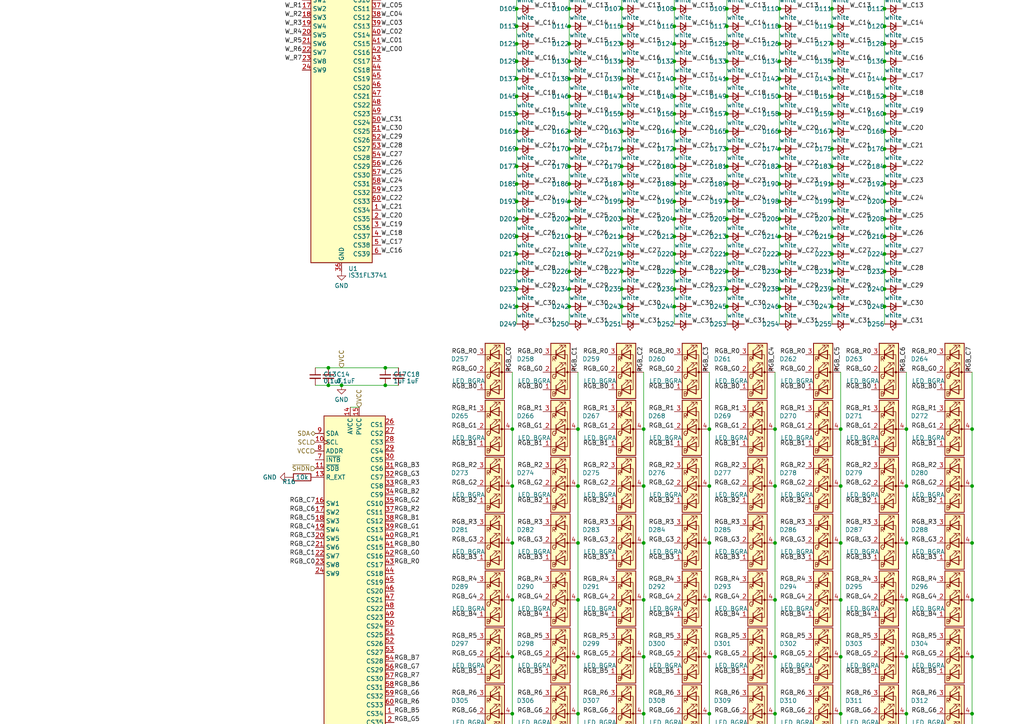
<source format=kicad_sch>
(kicad_sch (version 20230121) (generator eeschema)
  (paper "A4")
  (junction (at 226.06 -38.1))
  (junction (at 180.34 22.86))
  (junction (at 186.69 140.97))
  (junction (at 95.25 106.68))
  (junction (at 210.82 -43.18))
  (junction (at 165.1 -17.78))
  (junction (at 205.74 140.97))
  (junction (at 180.34 -7.62))
  (junction (at 167.64 207.01))
  (junction (at 241.3 88.9))
  (junction (at 241.3 68.58))
  (junction (at 241.3 83.82))
  (junction (at 165.1 17.78))
  (junction (at 243.84 190.5))
  (junction (at 148.59 157.48))
  (junction (at 256.54 -12.7))
  (junction (at 180.34 43.18))
  (junction (at 226.06 58.42))
  (junction (at 180.34 27.94))
  (junction (at 149.86 -43.18))
  (junction (at 165.1 -63.5))
  (junction (at 149.86 -12.7))
  (junction (at 256.54 12.7))
  (junction (at 241.3 43.18))
  (junction (at 180.34 83.82))
  (junction (at 167.64 173.99))
  (junction (at 149.86 43.18))
  (junction (at 226.06 -58.42))
  (junction (at 226.06 63.5))
  (junction (at 149.86 12.7))
  (junction (at 180.34 -43.18))
  (junction (at 195.58 63.5))
  (junction (at 256.54 -2.54))
  (junction (at 226.06 2.54))
  (junction (at 148.59 124.46))
  (junction (at 195.58 22.86))
  (junction (at 99.06 111.76))
  (junction (at 149.86 53.34))
  (junction (at 149.86 83.82))
  (junction (at 195.58 -38.1))
  (junction (at 180.34 12.7))
  (junction (at 256.54 -17.78))
  (junction (at 107.95 -39.37))
  (junction (at 241.3 -38.1))
  (junction (at 224.79 124.46))
  (junction (at 205.74 173.99))
  (junction (at 226.06 -43.18))
  (junction (at 281.94 140.97))
  (junction (at 195.58 -58.42))
  (junction (at 149.86 -22.86))
  (junction (at 148.59 207.01))
  (junction (at 180.34 -27.94))
  (junction (at 224.79 140.97))
  (junction (at 195.58 83.82))
  (junction (at 210.82 33.02))
  (junction (at 262.89 190.5))
  (junction (at 226.06 27.94))
  (junction (at 165.1 7.62))
  (junction (at 241.3 2.54))
  (junction (at 256.54 48.26))
  (junction (at 243.84 140.97))
  (junction (at 180.34 48.26))
  (junction (at 210.82 88.9))
  (junction (at 195.58 -7.62))
  (junction (at 165.1 78.74))
  (junction (at 195.58 -33.02))
  (junction (at 149.86 17.78))
  (junction (at 224.79 207.01))
  (junction (at 186.69 124.46))
  (junction (at 149.86 58.42))
  (junction (at 149.86 27.94))
  (junction (at 195.58 78.74))
  (junction (at 165.1 58.42))
  (junction (at 226.06 -12.7))
  (junction (at 180.34 -17.78))
  (junction (at 210.82 -58.42))
  (junction (at 226.06 83.82))
  (junction (at 210.82 53.34))
  (junction (at 195.58 2.54))
  (junction (at 165.1 83.82))
  (junction (at 165.1 53.34))
  (junction (at 165.1 2.54))
  (junction (at 148.59 190.5))
  (junction (at 256.54 -48.26))
  (junction (at 180.34 -63.5))
  (junction (at 226.06 68.58))
  (junction (at 195.58 -22.86))
  (junction (at 165.1 68.58))
  (junction (at 256.54 -58.42))
  (junction (at 256.54 7.62))
  (junction (at 256.54 -27.94))
  (junction (at 149.86 -27.94))
  (junction (at 210.82 22.86))
  (junction (at 180.34 7.62))
  (junction (at 210.82 58.42))
  (junction (at 281.94 207.01))
  (junction (at 180.34 2.54))
  (junction (at 281.94 157.48))
  (junction (at 210.82 -33.02))
  (junction (at 210.82 17.78))
  (junction (at 226.06 -48.26))
  (junction (at 180.34 -2.54))
  (junction (at 210.82 -48.26))
  (junction (at 256.54 83.82))
  (junction (at 195.58 43.18))
  (junction (at 256.54 43.18))
  (junction (at 226.06 -17.78))
  (junction (at 167.64 124.46))
  (junction (at 256.54 27.94))
  (junction (at 210.82 63.5))
  (junction (at 165.1 12.7))
  (junction (at 256.54 33.02))
  (junction (at 195.58 73.66))
  (junction (at 195.58 -17.78))
  (junction (at 243.84 173.99))
  (junction (at 241.3 73.66))
  (junction (at 226.06 -7.62))
  (junction (at 180.34 -38.1))
  (junction (at 241.3 -2.54))
  (junction (at 165.1 -48.26))
  (junction (at 241.3 7.62))
  (junction (at 243.84 124.46))
  (junction (at 210.82 -7.62))
  (junction (at 224.79 173.99))
  (junction (at 180.34 -22.86))
  (junction (at 210.82 -22.86))
  (junction (at 241.3 38.1))
  (junction (at 210.82 27.94))
  (junction (at 241.3 -48.26))
  (junction (at 241.3 -7.62))
  (junction (at 256.54 53.34))
  (junction (at 195.58 -48.26))
  (junction (at 224.79 190.5))
  (junction (at 180.34 -53.34))
  (junction (at 165.1 -53.34))
  (junction (at 256.54 22.86))
  (junction (at 165.1 -7.62))
  (junction (at 210.82 -17.78))
  (junction (at 226.06 33.02))
  (junction (at 241.3 -58.42))
  (junction (at 210.82 7.62))
  (junction (at 226.06 43.18))
  (junction (at 210.82 48.26))
  (junction (at 167.64 140.97))
  (junction (at 256.54 -53.34))
  (junction (at 180.34 63.5))
  (junction (at 262.89 207.01))
  (junction (at 195.58 17.78))
  (junction (at 195.58 88.9))
  (junction (at 210.82 -53.34))
  (junction (at 226.06 -63.5))
  (junction (at 210.82 83.82))
  (junction (at 195.58 12.7))
  (junction (at 210.82 -27.94))
  (junction (at 256.54 58.42))
  (junction (at 210.82 38.1))
  (junction (at 165.1 22.86))
  (junction (at 210.82 78.74))
  (junction (at 226.06 -33.02))
  (junction (at 256.54 -38.1))
  (junction (at 210.82 68.58))
  (junction (at 186.69 190.5))
  (junction (at 281.94 124.46))
  (junction (at 226.06 17.78))
  (junction (at 241.3 48.26))
  (junction (at 210.82 -2.54))
  (junction (at 91.44 -34.29))
  (junction (at 165.1 43.18))
  (junction (at 210.82 -38.1))
  (junction (at 226.06 -22.86))
  (junction (at 205.74 157.48))
  (junction (at 195.58 -27.94))
  (junction (at 195.58 27.94))
  (junction (at 241.3 -63.5))
  (junction (at 241.3 -33.02))
  (junction (at 195.58 -2.54))
  (junction (at 243.84 157.48))
  (junction (at 210.82 -63.5))
  (junction (at 149.86 -53.34))
  (junction (at 226.06 12.7))
  (junction (at 165.1 63.5))
  (junction (at 165.1 -38.1))
  (junction (at 195.58 38.1))
  (junction (at 241.3 -27.94))
  (junction (at 180.34 17.78))
  (junction (at 91.44 -39.37))
  (junction (at 180.34 33.02))
  (junction (at 262.89 140.97))
  (junction (at 210.82 -12.7))
  (junction (at 256.54 -7.62))
  (junction (at 107.95 -34.29))
  (junction (at 195.58 53.34))
  (junction (at 210.82 2.54))
  (junction (at 180.34 -48.26))
  (junction (at 241.3 -12.7))
  (junction (at 241.3 17.78))
  (junction (at 180.34 68.58))
  (junction (at 180.34 58.42))
  (junction (at 241.3 -17.78))
  (junction (at 180.34 73.66))
  (junction (at 241.3 33.02))
  (junction (at 226.06 78.74))
  (junction (at 241.3 -43.18))
  (junction (at 180.34 -12.7))
  (junction (at 186.69 173.99))
  (junction (at 180.34 38.1))
  (junction (at 241.3 78.74))
  (junction (at 195.58 68.58))
  (junction (at 256.54 -22.86))
  (junction (at 256.54 17.78))
  (junction (at 165.1 -33.02))
  (junction (at 226.06 22.86))
  (junction (at 149.86 68.58))
  (junction (at 165.1 -27.94))
  (junction (at 180.34 53.34))
  (junction (at 149.86 33.02))
  (junction (at 111.76 111.76))
  (junction (at 262.89 124.46))
  (junction (at 180.34 -33.02))
  (junction (at 149.86 -7.62))
  (junction (at 195.58 -63.5))
  (junction (at 210.82 43.18))
  (junction (at 256.54 63.5))
  (junction (at 205.74 124.46))
  (junction (at 186.69 207.01))
  (junction (at 241.3 12.7))
  (junction (at 149.86 78.74))
  (junction (at 243.84 207.01))
  (junction (at 149.86 -33.02))
  (junction (at 281.94 173.99))
  (junction (at 256.54 -43.18))
  (junction (at 205.74 207.01))
  (junction (at 256.54 -33.02))
  (junction (at 195.58 58.42))
  (junction (at 149.86 7.62))
  (junction (at 148.59 173.99))
  (junction (at 165.1 -43.18))
  (junction (at 210.82 73.66))
  (junction (at 256.54 73.66))
  (junction (at 148.59 140.97))
  (junction (at 165.1 -58.42))
  (junction (at 256.54 88.9))
  (junction (at 195.58 7.62))
  (junction (at 256.54 -63.5))
  (junction (at 167.64 157.48))
  (junction (at 226.06 38.1))
  (junction (at 149.86 38.1))
  (junction (at 95.25 111.76))
  (junction (at 165.1 -2.54))
  (junction (at 195.58 33.02))
  (junction (at 226.06 -2.54))
  (junction (at 149.86 -17.78))
  (junction (at 149.86 -58.42))
  (junction (at 149.86 2.54))
  (junction (at 226.06 73.66))
  (junction (at 241.3 53.34))
  (junction (at 149.86 73.66))
  (junction (at 241.3 -53.34))
  (junction (at 149.86 63.5))
  (junction (at 165.1 73.66))
  (junction (at 165.1 48.26))
  (junction (at 205.74 190.5))
  (junction (at 195.58 -53.34))
  (junction (at 226.06 7.62))
  (junction (at 149.86 -2.54))
  (junction (at 186.69 157.48))
  (junction (at 241.3 -22.86))
  (junction (at 262.89 157.48))
  (junction (at 165.1 33.02))
  (junction (at 226.06 88.9))
  (junction (at 241.3 22.86))
  (junction (at 281.94 190.5))
  (junction (at 226.06 -53.34))
  (junction (at 226.06 48.26))
  (junction (at 165.1 -22.86))
  (junction (at 195.58 48.26))
  (junction (at 149.86 -38.1))
  (junction (at 195.58 -12.7))
  (junction (at 165.1 27.94))
  (junction (at 149.86 48.26))
  (junction (at 165.1 38.1))
  (junction (at 226.06 -27.94))
  (junction (at 149.86 22.86))
  (junction (at 256.54 38.1))
  (junction (at 180.34 -58.42))
  (junction (at 149.86 -48.26))
  (junction (at 241.3 63.5))
  (junction (at 256.54 68.58))
  (junction (at 167.64 190.5))
  (junction (at 241.3 27.94))
  (junction (at 180.34 78.74))
  (junction (at 149.86 -63.5))
  (junction (at 210.82 12.7))
  (junction (at 149.86 88.9))
  (junction (at 165.1 88.9))
  (junction (at 111.76 106.68))
  (junction (at 226.06 53.34))
  (junction (at 180.34 88.9))
  (junction (at 256.54 78.74))
  (junction (at 262.89 173.99))
  (junction (at 224.79 157.48))
  (junction (at 241.3 58.42))
  (junction (at 195.58 -43.18))
  (junction (at 165.1 -12.7))
  (junction (at 256.54 2.54))
  (junction (at 95.25 -34.29))
  (wire (pts (xy 256.54 -12.7) (xy 256.54 -7.62)))
  (wire (pts (xy 180.34 73.66) (xy 180.34 78.74)))
  (wire (pts (xy 165.1 -33.02) (xy 165.1 -27.94)))
  (wire (pts (xy 205.74 107.95) (xy 205.74 124.46)))
  (wire (pts (xy 149.86 2.54) (xy 149.86 7.62)))
  (wire (pts (xy 180.34 -63.5) (xy 180.34 -58.42)))
  (wire (pts (xy 99.06 111.76) (xy 111.76 111.76)))
  (wire (pts (xy 243.84 157.48) (xy 243.84 173.99)))
  (wire (pts (xy 226.06 83.82) (xy 226.06 88.9)))
  (wire (pts (xy 256.54 73.66) (xy 256.54 78.74)))
  (wire (pts (xy 226.06 -2.54) (xy 226.06 2.54)))
  (wire (pts (xy 210.82 -48.26) (xy 210.82 -43.18)))
  (wire (pts (xy 210.82 78.74) (xy 210.82 83.82)))
  (wire (pts (xy 205.74 157.48) (xy 205.74 173.99)))
  (wire (pts (xy 167.64 157.48) (xy 167.64 173.99)))
  (wire (pts (xy 167.64 190.5) (xy 167.64 207.01)))
  (wire (pts (xy 226.06 2.54) (xy 226.06 7.62)))
  (wire (pts (xy 148.59 124.46) (xy 148.59 140.97)))
  (wire (pts (xy 226.06 -22.86) (xy 226.06 -17.78)))
  (wire (pts (xy 148.59 140.97) (xy 148.59 157.48)))
  (wire (pts (xy 149.86 -2.54) (xy 149.86 2.54)))
  (wire (pts (xy 241.3 27.94) (xy 241.3 33.02)))
  (wire (pts (xy 241.3 -38.1) (xy 241.3 -33.02)))
  (wire (pts (xy 226.06 58.42) (xy 226.06 63.5)))
  (wire (pts (xy 195.58 12.7) (xy 195.58 17.78)))
  (wire (pts (xy 195.58 73.66) (xy 195.58 78.74)))
  (wire (pts (xy 195.58 -43.18) (xy 195.58 -38.1)))
  (wire (pts (xy 262.89 124.46) (xy 262.89 140.97)))
  (wire (pts (xy 195.58 27.94) (xy 195.58 33.02)))
  (wire (pts (xy 226.06 7.62) (xy 226.06 12.7)))
  (wire (pts (xy 256.54 17.78) (xy 256.54 22.86)))
  (wire (pts (xy 195.58 -58.42) (xy 195.58 -53.34)))
  (wire (pts (xy 165.1 -12.7) (xy 165.1 -7.62)))
  (wire (pts (xy 210.82 -12.7) (xy 210.82 -7.62)))
  (wire (pts (xy 195.58 68.58) (xy 195.58 73.66)))
  (wire (pts (xy 226.06 53.34) (xy 226.06 58.42)))
  (wire (pts (xy 256.54 27.94) (xy 256.54 33.02)))
  (wire (pts (xy 256.54 -58.42) (xy 256.54 -53.34)))
  (wire (pts (xy 149.86 -12.7) (xy 149.86 -7.62)))
  (wire (pts (xy 210.82 -27.94) (xy 210.82 -22.86)))
  (wire (pts (xy 281.94 190.5) (xy 281.94 207.01)))
  (wire (pts (xy 95.25 111.76) (xy 99.06 111.76)))
  (wire (pts (xy 210.82 68.58) (xy 210.82 73.66)))
  (wire (pts (xy 262.89 207.01) (xy 262.89 223.52)))
  (wire (pts (xy 256.54 -27.94) (xy 256.54 -22.86)))
  (wire (pts (xy 195.58 63.5) (xy 195.58 68.58)))
  (wire (pts (xy 241.3 -48.26) (xy 241.3 -43.18)))
  (wire (pts (xy 226.06 78.74) (xy 226.06 83.82)))
  (wire (pts (xy 180.34 -43.18) (xy 180.34 -38.1)))
  (wire (pts (xy 186.69 207.01) (xy 186.69 223.52)))
  (wire (pts (xy 210.82 -53.34) (xy 210.82 -48.26)))
  (wire (pts (xy 165.1 -53.34) (xy 165.1 -48.26)))
  (wire (pts (xy 226.06 38.1) (xy 226.06 43.18)))
  (wire (pts (xy 165.1 88.9) (xy 165.1 93.98)))
  (wire (pts (xy 281.94 173.99) (xy 281.94 190.5)))
  (wire (pts (xy 210.82 43.18) (xy 210.82 48.26)))
  (wire (pts (xy 195.58 -12.7) (xy 195.58 -7.62)))
  (wire (pts (xy 256.54 -48.26) (xy 256.54 -43.18)))
  (wire (pts (xy 241.3 63.5) (xy 241.3 68.58)))
  (wire (pts (xy 226.06 -12.7) (xy 226.06 -7.62)))
  (wire (pts (xy 241.3 2.54) (xy 241.3 7.62)))
  (wire (pts (xy 180.34 38.1) (xy 180.34 43.18)))
  (wire (pts (xy 91.44 106.68) (xy 95.25 106.68)))
  (wire (pts (xy 210.82 22.86) (xy 210.82 27.94)))
  (wire (pts (xy 167.64 124.46) (xy 167.64 140.97)))
  (wire (pts (xy 148.59 173.99) (xy 148.59 190.5)))
  (wire (pts (xy 186.69 124.46) (xy 186.69 140.97)))
  (wire (pts (xy 180.34 7.62) (xy 180.34 12.7)))
  (wire (pts (xy 256.54 88.9) (xy 256.54 93.98)))
  (wire (pts (xy 180.34 33.02) (xy 180.34 38.1)))
  (wire (pts (xy 165.1 -68.58) (xy 165.1 -63.5)))
  (wire (pts (xy 256.54 -2.54) (xy 256.54 2.54)))
  (wire (pts (xy 224.79 140.97) (xy 224.79 157.48)))
  (wire (pts (xy 226.06 12.7) (xy 226.06 17.78)))
  (wire (pts (xy 210.82 12.7) (xy 210.82 17.78)))
  (wire (pts (xy 180.34 63.5) (xy 180.34 68.58)))
  (wire (pts (xy 149.86 33.02) (xy 149.86 38.1)))
  (wire (pts (xy 149.86 73.66) (xy 149.86 78.74)))
  (wire (pts (xy 149.86 -22.86) (xy 149.86 -17.78)))
  (wire (pts (xy 195.58 -53.34) (xy 195.58 -48.26)))
  (wire (pts (xy 180.34 -2.54) (xy 180.34 2.54)))
  (wire (pts (xy 149.86 -63.5) (xy 149.86 -58.42)))
  (wire (pts (xy 149.86 -17.78) (xy 149.86 -12.7)))
  (wire (pts (xy 205.74 140.97) (xy 205.74 157.48)))
  (wire (pts (xy 186.69 140.97) (xy 186.69 157.48)))
  (wire (pts (xy 226.06 73.66) (xy 226.06 78.74)))
  (wire (pts (xy 165.1 53.34) (xy 165.1 58.42)))
  (wire (pts (xy 165.1 33.02) (xy 165.1 38.1)))
  (wire (pts (xy 262.89 173.99) (xy 262.89 190.5)))
  (wire (pts (xy 210.82 -33.02) (xy 210.82 -27.94)))
  (wire (pts (xy 180.34 -17.78) (xy 180.34 -12.7)))
  (wire (pts (xy 256.54 -43.18) (xy 256.54 -38.1)))
  (wire (pts (xy 210.82 17.78) (xy 210.82 22.86)))
  (wire (pts (xy 256.54 -22.86) (xy 256.54 -17.78)))
  (wire (pts (xy 210.82 27.94) (xy 210.82 33.02)))
  (wire (pts (xy 180.34 27.94) (xy 180.34 33.02)))
  (wire (pts (xy 210.82 -43.18) (xy 210.82 -38.1)))
  (wire (pts (xy 149.86 -68.58) (xy 149.86 -63.5)))
  (wire (pts (xy 241.3 -33.02) (xy 241.3 -27.94)))
  (wire (pts (xy 180.34 88.9) (xy 180.34 93.98)))
  (wire (pts (xy 165.1 78.74) (xy 165.1 83.82)))
  (wire (pts (xy 281.94 124.46) (xy 281.94 140.97)))
  (wire (pts (xy 226.06 -7.62) (xy 226.06 -2.54)))
  (wire (pts (xy 180.34 -38.1) (xy 180.34 -33.02)))
  (wire (pts (xy 148.59 190.5) (xy 148.59 207.01)))
  (wire (pts (xy 205.74 173.99) (xy 205.74 190.5)))
  (wire (pts (xy 149.86 58.42) (xy 149.86 63.5)))
  (wire (pts (xy 224.79 124.46) (xy 224.79 140.97)))
  (wire (pts (xy 167.64 140.97) (xy 167.64 157.48)))
  (wire (pts (xy 186.69 107.95) (xy 186.69 124.46)))
  (wire (pts (xy 226.06 -48.26) (xy 226.06 -43.18)))
  (wire (pts (xy 241.3 43.18) (xy 241.3 48.26)))
  (wire (pts (xy 180.34 -53.34) (xy 180.34 -48.26)))
  (wire (pts (xy 226.06 48.26) (xy 226.06 53.34)))
  (wire (pts (xy 149.86 -48.26) (xy 149.86 -43.18)))
  (wire (pts (xy 195.58 -48.26) (xy 195.58 -43.18)))
  (wire (pts (xy 256.54 38.1) (xy 256.54 43.18)))
  (wire (pts (xy 149.86 -58.42) (xy 149.86 -53.34)))
  (wire (pts (xy 241.3 78.74) (xy 241.3 83.82)))
  (wire (pts (xy 195.58 83.82) (xy 195.58 88.9)))
  (wire (pts (xy 111.76 106.68) (xy 115.57 106.68)))
  (wire (pts (xy 91.44 111.76) (xy 95.25 111.76)))
  (wire (pts (xy 180.34 -58.42) (xy 180.34 -53.34)))
  (wire (pts (xy 149.86 -53.34) (xy 149.86 -48.26)))
  (wire (pts (xy 262.89 107.95) (xy 262.89 124.46)))
  (wire (pts (xy 149.86 22.86) (xy 149.86 27.94)))
  (wire (pts (xy 180.34 58.42) (xy 180.34 63.5)))
  (wire (pts (xy 195.58 53.34) (xy 195.58 58.42)))
  (wire (pts (xy 195.58 7.62) (xy 195.58 12.7)))
  (wire (pts (xy 226.06 43.18) (xy 226.06 48.26)))
  (wire (pts (xy 165.1 -48.26) (xy 165.1 -43.18)))
  (wire (pts (xy 149.86 -33.02) (xy 149.86 -27.94)))
  (wire (pts (xy 241.3 73.66) (xy 241.3 78.74)))
  (wire (pts (xy 226.06 -43.18) (xy 226.06 -38.1)))
  (wire (pts (xy 241.3 7.62) (xy 241.3 12.7)))
  (wire (pts (xy 210.82 -2.54) (xy 210.82 2.54)))
  (wire (pts (xy 281.94 207.01) (xy 281.94 223.52)))
  (wire (pts (xy 256.54 -33.02) (xy 256.54 -27.94)))
  (wire (pts (xy 165.1 2.54) (xy 165.1 7.62)))
  (wire (pts (xy 205.74 124.46) (xy 205.74 140.97)))
  (wire (pts (xy 165.1 68.58) (xy 165.1 73.66)))
  (wire (pts (xy 149.86 12.7) (xy 149.86 17.78)))
  (wire (pts (xy 256.54 -38.1) (xy 256.54 -33.02)))
  (wire (pts (xy 180.34 22.86) (xy 180.34 27.94)))
  (wire (pts (xy 256.54 33.02) (xy 256.54 38.1)))
  (wire (pts (xy 241.3 12.7) (xy 241.3 17.78)))
  (wire (pts (xy 281.94 157.48) (xy 281.94 173.99)))
  (wire (pts (xy 148.59 107.95) (xy 148.59 124.46)))
  (wire (pts (xy 281.94 140.97) (xy 281.94 157.48)))
  (wire (pts (xy 210.82 33.02) (xy 210.82 38.1)))
  (wire (pts (xy 165.1 -2.54) (xy 165.1 2.54)))
  (wire (pts (xy 195.58 2.54) (xy 195.58 7.62)))
  (wire (pts (xy 180.34 -48.26) (xy 180.34 -43.18)))
  (wire (pts (xy 256.54 63.5) (xy 256.54 68.58)))
  (wire (pts (xy 210.82 53.34) (xy 210.82 58.42)))
  (wire (pts (xy 165.1 -22.86) (xy 165.1 -17.78)))
  (wire (pts (xy 149.86 63.5) (xy 149.86 68.58)))
  (wire (pts (xy 165.1 -7.62) (xy 165.1 -2.54)))
  (wire (pts (xy 226.06 27.94) (xy 226.06 33.02)))
  (wire (pts (xy 224.79 207.01) (xy 224.79 223.52)))
  (wire (pts (xy 165.1 17.78) (xy 165.1 22.86)))
  (wire (pts (xy 149.86 27.94) (xy 149.86 33.02)))
  (wire (pts (xy 149.86 7.62) (xy 149.86 12.7)))
  (wire (pts (xy 195.58 -27.94) (xy 195.58 -22.86)))
  (wire (pts (xy 195.58 48.26) (xy 195.58 53.34)))
  (wire (pts (xy 186.69 157.48) (xy 186.69 173.99)))
  (wire (pts (xy 149.86 88.9) (xy 149.86 93.98)))
  (wire (pts (xy 241.3 -58.42) (xy 241.3 -53.34)))
  (wire (pts (xy 149.86 38.1) (xy 149.86 43.18)))
  (wire (pts (xy 210.82 -38.1) (xy 210.82 -33.02)))
  (wire (pts (xy 256.54 -17.78) (xy 256.54 -12.7)))
  (wire (pts (xy 256.54 83.82) (xy 256.54 88.9)))
  (wire (pts (xy 241.3 -27.94) (xy 241.3 -22.86)))
  (wire (pts (xy 87.63 -34.29) (xy 91.44 -34.29)))
  (wire (pts (xy 165.1 83.82) (xy 165.1 88.9)))
  (wire (pts (xy 210.82 88.9) (xy 210.82 93.98)))
  (wire (pts (xy 180.34 68.58) (xy 180.34 73.66)))
  (wire (pts (xy 210.82 2.54) (xy 210.82 7.62)))
  (wire (pts (xy 167.64 173.99) (xy 167.64 190.5)))
  (wire (pts (xy 180.34 43.18) (xy 180.34 48.26)))
  (wire (pts (xy 149.86 48.26) (xy 149.86 53.34)))
  (wire (pts (xy 241.3 48.26) (xy 241.3 53.34)))
  (wire (pts (xy 195.58 33.02) (xy 195.58 38.1)))
  (wire (pts (xy 243.84 124.46) (xy 243.84 140.97)))
  (wire (pts (xy 210.82 7.62) (xy 210.82 12.7)))
  (wire (pts (xy 149.86 -43.18) (xy 149.86 -38.1)))
  (wire (pts (xy 210.82 -68.58) (xy 210.82 -63.5)))
  (wire (pts (xy 256.54 7.62) (xy 256.54 12.7)))
  (wire (pts (xy 224.79 107.95) (xy 224.79 124.46)))
  (wire (pts (xy 205.74 207.01) (xy 205.74 223.52)))
  (wire (pts (xy 210.82 48.26) (xy 210.82 53.34)))
  (wire (pts (xy 256.54 2.54) (xy 256.54 7.62)))
  (wire (pts (xy 180.34 48.26) (xy 180.34 53.34)))
  (wire (pts (xy 241.3 -63.5) (xy 241.3 -58.42)))
  (wire (pts (xy 241.3 22.86) (xy 241.3 27.94)))
  (wire (pts (xy 107.95 -39.37) (xy 111.76 -39.37)))
  (wire (pts (xy 165.1 43.18) (xy 165.1 48.26)))
  (wire (pts (xy 165.1 -38.1) (xy 165.1 -33.02)))
  (wire (pts (xy 180.34 78.74) (xy 180.34 83.82)))
  (wire (pts (xy 195.58 -38.1) (xy 195.58 -33.02)))
  (wire (pts (xy 210.82 83.82) (xy 210.82 88.9)))
  (wire (pts (xy 241.3 -7.62) (xy 241.3 -2.54)))
  (wire (pts (xy 256.54 12.7) (xy 256.54 17.78)))
  (wire (pts (xy 241.3 68.58) (xy 241.3 73.66)))
  (wire (pts (xy 180.34 53.34) (xy 180.34 58.42)))
  (wire (pts (xy 224.79 190.5) (xy 224.79 207.01)))
  (wire (pts (xy 165.1 63.5) (xy 165.1 68.58)))
  (wire (pts (xy 256.54 78.74) (xy 256.54 83.82)))
  (wire (pts (xy 243.84 207.01) (xy 243.84 223.52)))
  (wire (pts (xy 210.82 -58.42) (xy 210.82 -53.34)))
  (wire (pts (xy 87.63 -39.37) (xy 91.44 -39.37)))
  (wire (pts (xy 91.44 -34.29) (xy 95.25 -34.29)))
  (wire (pts (xy 241.3 -22.86) (xy 241.3 -17.78)))
  (wire (pts (xy 226.06 33.02) (xy 226.06 38.1)))
  (wire (pts (xy 226.06 68.58) (xy 226.06 73.66)))
  (wire (pts (xy 95.25 106.68) (xy 111.76 106.68)))
  (wire (pts (xy 148.59 207.01) (xy 148.59 223.52)))
  (wire (pts (xy 256.54 -63.5) (xy 256.54 -58.42)))
  (wire (pts (xy 180.34 -7.62) (xy 180.34 -2.54)))
  (wire (pts (xy 165.1 58.42) (xy 165.1 63.5)))
  (wire (pts (xy 262.89 190.5) (xy 262.89 207.01)))
  (wire (pts (xy 149.86 -38.1) (xy 149.86 -33.02)))
  (wire (pts (xy 195.58 -63.5) (xy 195.58 -58.42)))
  (wire (pts (xy 226.06 -38.1) (xy 226.06 -33.02)))
  (wire (pts (xy 165.1 22.86) (xy 165.1 27.94)))
  (wire (pts (xy 165.1 27.94) (xy 165.1 33.02)))
  (wire (pts (xy 180.34 -27.94) (xy 180.34 -22.86)))
  (wire (pts (xy 224.79 173.99) (xy 224.79 190.5)))
  (wire (pts (xy 195.58 17.78) (xy 195.58 22.86)))
  (wire (pts (xy 256.54 -53.34) (xy 256.54 -48.26)))
  (wire (pts (xy 262.89 157.48) (xy 262.89 173.99)))
  (wire (pts (xy 165.1 7.62) (xy 165.1 12.7)))
  (wire (pts (xy 195.58 -2.54) (xy 195.58 2.54)))
  (wire (pts (xy 210.82 63.5) (xy 210.82 68.58)))
  (wire (pts (xy 195.58 43.18) (xy 195.58 48.26)))
  (wire (pts (xy 149.86 -7.62) (xy 149.86 -2.54)))
  (wire (pts (xy 226.06 -58.42) (xy 226.06 -53.34)))
  (wire (pts (xy 210.82 -17.78) (xy 210.82 -12.7)))
  (wire (pts (xy 210.82 58.42) (xy 210.82 63.5)))
  (wire (pts (xy 165.1 73.66) (xy 165.1 78.74)))
  (wire (pts (xy 149.86 17.78) (xy 149.86 22.86)))
  (wire (pts (xy 165.1 -27.94) (xy 165.1 -22.86)))
  (wire (pts (xy 241.3 83.82) (xy 241.3 88.9)))
  (wire (pts (xy 241.3 -53.34) (xy 241.3 -48.26)))
  (wire (pts (xy 241.3 -68.58) (xy 241.3 -63.5)))
  (wire (pts (xy 180.34 -12.7) (xy 180.34 -7.62)))
  (wire (pts (xy 165.1 12.7) (xy 165.1 17.78)))
  (wire (pts (xy 241.3 -43.18) (xy 241.3 -38.1)))
  (wire (pts (xy 180.34 17.78) (xy 180.34 22.86)))
  (wire (pts (xy 180.34 -68.58) (xy 180.34 -63.5)))
  (wire (pts (xy 149.86 43.18) (xy 149.86 48.26)))
  (wire (pts (xy 148.59 157.48) (xy 148.59 173.99)))
  (wire (pts (xy 180.34 -22.86) (xy 180.34 -17.78)))
  (wire (pts (xy 226.06 17.78) (xy 226.06 22.86)))
  (wire (pts (xy 241.3 58.42) (xy 241.3 63.5)))
  (wire (pts (xy 186.69 173.99) (xy 186.69 190.5)))
  (wire (pts (xy 195.58 78.74) (xy 195.58 83.82)))
  (wire (pts (xy 180.34 -33.02) (xy 180.34 -27.94)))
  (wire (pts (xy 262.89 140.97) (xy 262.89 157.48)))
  (wire (pts (xy 195.58 38.1) (xy 195.58 43.18)))
  (wire (pts (xy 149.86 -27.94) (xy 149.86 -22.86)))
  (wire (pts (xy 149.86 53.34) (xy 149.86 58.42)))
  (wire (pts (xy 165.1 38.1) (xy 165.1 43.18)))
  (wire (pts (xy 149.86 68.58) (xy 149.86 73.66)))
  (wire (pts (xy 226.06 -68.58) (xy 226.06 -63.5)))
  (wire (pts (xy 111.76 111.76) (xy 115.57 111.76)))
  (wire (pts (xy 210.82 73.66) (xy 210.82 78.74)))
  (wire (pts (xy 107.95 -34.29) (xy 111.76 -34.29)))
  (wire (pts (xy 256.54 22.86) (xy 256.54 27.94)))
  (wire (pts (xy 195.58 -22.86) (xy 195.58 -17.78)))
  (wire (pts (xy 180.34 83.82) (xy 180.34 88.9)))
  (wire (pts (xy 210.82 -22.86) (xy 210.82 -17.78)))
  (wire (pts (xy 165.1 -17.78) (xy 165.1 -12.7)))
  (wire (pts (xy 180.34 12.7) (xy 180.34 17.78)))
  (wire (pts (xy 167.64 107.95) (xy 167.64 124.46)))
  (wire (pts (xy 241.3 -2.54) (xy 241.3 2.54)))
  (wire (pts (xy 256.54 43.18) (xy 256.54 48.26)))
  (wire (pts (xy 241.3 53.34) (xy 241.3 58.42)))
  (wire (pts (xy 101.6 118.11) (xy 104.14 118.11)))
  (wire (pts (xy 195.58 88.9) (xy 195.58 93.98)))
  (wire (pts (xy 149.86 83.82) (xy 149.86 88.9)))
  (wire (pts (xy 243.84 107.95) (xy 243.84 124.46)))
  (wire (pts (xy 243.84 140.97) (xy 243.84 157.48)))
  (wire (pts (xy 226.06 88.9) (xy 226.06 93.98)))
  (wire (pts (xy 241.3 88.9) (xy 241.3 93.98)))
  (wire (pts (xy 243.84 190.5) (xy 243.84 207.01)))
  (wire (pts (xy 226.06 -17.78) (xy 226.06 -12.7)))
  (wire (pts (xy 195.58 -7.62) (xy 195.58 -2.54)))
  (wire (pts (xy 224.79 157.48) (xy 224.79 173.99)))
  (wire (pts (xy 241.3 38.1) (xy 241.3 43.18)))
  (wire (pts (xy 97.79 -27.94) (xy 100.33 -27.94)))
  (wire (pts (xy 256.54 53.34) (xy 256.54 58.42)))
  (wire (pts (xy 241.3 33.02) (xy 241.3 38.1)))
  (wire (pts (xy 195.58 -68.58) (xy 195.58 -63.5)))
  (wire (pts (xy 226.06 22.86) (xy 226.06 27.94)))
  (wire (pts (xy 241.3 -12.7) (xy 241.3 -7.62)))
  (wire (pts (xy 210.82 -7.62) (xy 210.82 -2.54)))
  (wire (pts (xy 226.06 -33.02) (xy 226.06 -27.94)))
  (wire (pts (xy 186.69 190.5) (xy 186.69 207.01)))
  (wire (pts (xy 241.3 17.78) (xy 241.3 22.86)))
  (wire (pts (xy 195.58 -17.78) (xy 195.58 -12.7)))
  (wire (pts (xy 165.1 48.26) (xy 165.1 53.34)))
  (wire (pts (xy 281.94 107.95) (xy 281.94 124.46)))
  (wire (pts (xy 165.1 -58.42) (xy 165.1 -53.34)))
  (wire (pts (xy 149.86 78.74) (xy 149.86 83.82)))
  (wire (pts (xy 210.82 38.1) (xy 210.82 43.18)))
  (wire (pts (xy 167.64 207.01) (xy 167.64 223.52)))
  (wire (pts (xy 256.54 -7.62) (xy 256.54 -2.54)))
  (wire (pts (xy 210.82 -63.5) (xy 210.82 -58.42)))
  (wire (pts (xy 226.06 -27.94) (xy 226.06 -22.86)))
  (wire (pts (xy 180.34 2.54) (xy 180.34 7.62)))
  (wire (pts (xy 256.54 48.26) (xy 256.54 53.34)))
  (wire (pts (xy 195.58 22.86) (xy 195.58 27.94)))
  (wire (pts (xy 256.54 68.58) (xy 256.54 73.66)))
  (wire (pts (xy 165.1 -43.18) (xy 165.1 -38.1)))
  (wire (pts (xy 243.84 173.99) (xy 243.84 190.5)))
  (wire (pts (xy 226.06 63.5) (xy 226.06 68.58)))
  (wire (pts (xy 226.06 -53.34) (xy 226.06 -48.26)))
  (wire (pts (xy 195.58 58.42) (xy 195.58 63.5)))
  (wire (pts (xy 205.74 190.5) (xy 205.74 207.01)))
  (wire (pts (xy 241.3 -17.78) (xy 241.3 -12.7)))
  (wire (pts (xy 91.44 -39.37) (xy 107.95 -39.37)))
  (wire (pts (xy 165.1 -63.5) (xy 165.1 -58.42)))
  (wire (pts (xy 256.54 -68.58) (xy 256.54 -63.5)))
  (wire (pts (xy 226.06 -63.5) (xy 226.06 -58.42)))
  (wire (pts (xy 256.54 58.42) (xy 256.54 63.5)))
  (wire (pts (xy 95.25 -34.29) (xy 107.95 -34.29)))
  (wire (pts (xy 195.58 -33.02) (xy 195.58 -27.94)))
  (label "W_C00" (at 110.49 15.24 0))
  (label "RGB_B5" (at 233.68 195.58 180))
  (label "RGB_G2" (at 233.68 140.97 180))
  (label "W_C04" (at 261.62 -43.18 0))
  (label "W_C04" (at 215.9 -43.18 0))
  (label "W_C04" (at 154.94 -43.18 0))
  (label "RGB_B6" (at 195.58 212.09 180))
  (label "RGB_B6" (at 271.78 212.09 180))
  (label "W_C03" (at 231.14 -48.26 0))
  (label "RGB_R3" (at 233.68 152.4 180))
  (label "RGB_G3" (at 252.73 157.48 180))
  (label "RGB_C4" (at 91.44 153.67 180))
  (label "W_C02" (at 261.62 -53.34 0))
  (label "W_C23" (at 170.18 53.34 0))
  (label "W_C10" (at 231.14 -12.7 0))
  (label "W_C11" (at 200.66 -7.62 0))
  (label "W_C09" (at 200.66 -17.78 0))
  (label "W_C03" (at 261.62 -48.26 0))
  (label "RGB_B3" (at 271.78 162.56 180))
  (label "RGB_G1" (at 271.78 124.46 180))
  (label "RGB_G1" (at 157.48 124.46 180))
  (label "W_C07" (at 261.62 -27.94 0))
  (label "W_C26" (at 231.14 68.58 0))
  (label "RGB_R1" (at 138.43 119.38 180))
  (label "RGB_R4" (at 138.43 168.91 180))
  (label "RGB_R0" (at 176.53 102.87 180))
  (label "W_C29" (at 170.18 83.82 0))
  (label "RGB_C7" (at 91.44 146.05 180))
  (label "W_C22" (at 185.42 48.26 0))
  (label "W_C19" (at 200.66 33.02 0))
  (label "RGB_G0" (at 176.53 107.95 180))
  (label "RGB_B3" (at 214.63 162.56 180))
  (label "RGB_B5" (at 114.3 207.01 0))
  (label "W_R4" (at 210.82 -68.58 0))
  (label "W_C13" (at 261.62 2.54 0))
  (label "W_C23" (at 231.14 53.34 0))
  (label "W_C12" (at 110.49 -15.24 0))
  (label "RGB_G3" (at 138.43 157.48 180))
  (label "W_C06" (at 246.38 -33.02 0))
  (label "W_C12" (at 261.62 -2.54 0))
  (label "RGB_R0" (at 138.43 102.87 180))
  (label "RGB_C1" (at 91.44 161.29 180))
  (label "W_C26" (at 185.42 68.58 0))
  (label "W_C02" (at 154.94 -53.34 0))
  (label "W_C13" (at 170.18 2.54 0))
  (label "W_C01" (at 261.62 -58.42 0))
  (label "W_C16" (at 170.18 17.78 0))
  (label "W_C17" (at 231.14 22.86 0))
  (label "RGB_G6" (at 195.58 207.01 180))
  (label "W_R5" (at 87.63 12.7 180))
  (label "W_C22" (at 170.18 48.26 0))
  (label "W_C00" (at 246.38 -63.5 0))
  (label "RGB_B4" (at 138.43 179.07 180))
  (label "W_C21" (at 231.14 43.18 0))
  (label "W_C29" (at 154.94 83.82 0))
  (label "W_C09" (at 246.38 -17.78 0))
  (label "RGB_R5" (at 114.3 212.09 0))
  (label "W_C25" (at 200.66 63.5 0))
  (label "W_C24" (at 185.42 58.42 0))
  (label "W_C28" (at 200.66 78.74 0))
  (label "W_C04" (at 170.18 -43.18 0))
  (label "W_R7" (at 87.63 17.78 180))
  (label "RGB_R1" (at 233.68 119.38 180))
  (label "W_C14" (at 170.18 7.62 0))
  (label "W_C09" (at 261.62 -17.78 0))
  (label "RGB_G7" (at 271.78 223.52 180))
  (label "W_C07" (at 231.14 -27.94 0))
  (label "W_R4" (at 87.63 10.16 180))
  (label "W_C01" (at 185.42 -58.42 0))
  (label "RGB_R7" (at 271.78 218.44 180))
  (label "W_C18" (at 200.66 27.94 0))
  (label "RGB_R7" (at 114.3 196.85 0))
  (label "W_C22" (at 110.49 58.42 0))
  (label "W_C19" (at 261.62 33.02 0))
  (label "W_C01" (at 215.9 -58.42 0))
  (label "W_C29" (at 246.38 83.82 0))
  (label "RGB_B1" (at 233.68 129.54 180))
  (label "W_C08" (at 200.66 -22.86 0))
  (label "W_C31" (at 110.49 35.56 0))
  (label "RGB_R5" (at 138.43 185.42 180))
  (label "W_C10" (at 261.62 -12.7 0))
  (label "RGB_B1" (at 214.63 129.54 180))
  (label "RGB_G1" (at 195.58 124.46 180))
  (label "RGB_R6" (at 114.3 204.47 0))
  (label "W_C15" (at 246.38 12.7 0))
  (label "W_C31" (at 154.94 93.98 0))
  (label "W_C14" (at 110.49 -20.32 0))
  (label "W_C04" (at 110.49 5.08 0))
  (label "W_C02" (at 215.9 -53.34 0))
  (label "RGB_B5" (at 157.48 195.58 180))
  (label "W_C05" (at 200.66 -38.1 0))
  (label "W_R2" (at 180.34 -68.58 0))
  (label "RGB_G2" (at 138.43 140.97 180))
  (label "W_C16" (at 154.94 17.78 0))
  (label "W_C05" (at 110.49 2.54 0))
  (label "W_C03" (at 170.18 -48.26 0))
  (label "RGB_B4" (at 271.78 179.07 180))
  (label "W_C18" (at 110.49 68.58 0))
  (label "W_C24" (at 154.94 58.42 0))
  (label "RGB_B0" (at 176.53 113.03 180))
  (label "RGB_G2" (at 195.58 140.97 180))
  (label "W_C27" (at 261.62 73.66 0))
  (label "W_C19" (at 154.94 33.02 0))
  (label "RGB_B2" (at 195.58 146.05 180))
  (label "RGB_B7" (at 195.58 228.6 180))
  (label "RGB_R6" (at 138.43 201.93 180))
  (label "W_C30" (at 200.66 88.9 0))
  (label "RGB_R0" (at 252.73 102.87 180))
  (label "W_C13" (at 154.94 2.54 0))
  (label "RGB_B4" (at 233.68 179.07 180))
  (label "RGB_B7" (at 214.63 228.6 180))
  (label "RGB_G2" (at 252.73 140.97 180))
  (label "RGB_B3" (at 233.68 162.56 180))
  (label "RGB_B5" (at 176.53 195.58 180))
  (label "W_C26" (at 154.94 68.58 0))
  (label "RGB_B2" (at 271.78 146.05 180))
  (label "W_C08" (at 215.9 -22.86 0))
  (label "W_C19" (at 246.38 33.02 0))
  (label "RGB_G1" (at 114.3 153.67 0))
  (label "W_C27" (at 215.9 73.66 0))
  (label "RGB_G4" (at 214.63 173.99 180))
  (label "W_C01" (at 231.14 -58.42 0))
  (label "RGB_B4" (at 176.53 179.07 180))
  (label "W_C30" (at 154.94 88.9 0))
  (label "RGB_R0" (at 114.3 163.83 0))
  (label "RGB_B1" (at 252.73 129.54 180))
  (label "W_C08" (at 154.94 -22.86 0))
  (label "RGB_G7" (at 252.73 223.52 180))
  (label "RGB_R2" (at 114.3 148.59 0))
  (label "W_C31" (at 170.18 93.98 0))
  (label "W_C14" (at 261.62 7.62 0))
  (label "W_C18" (at 215.9 27.94 0))
  (label "W_C21" (at 261.62 43.18 0))
  (label "W_C13" (at 231.14 2.54 0))
  (label "W_C18" (at 231.14 27.94 0))
  (label "RGB_B3" (at 176.53 162.56 180))
  (label "RGB_R1" (at 114.3 156.21 0))
  (label "RGB_B6" (at 157.48 212.09 180))
  (label "W_C03" (at 246.38 -48.26 0))
  (label "RGB_B2" (at 214.63 146.05 180))
  (label "RGB_R5" (at 176.53 185.42 180))
  (label "W_C24" (at 261.62 58.42 0))
  (label "RGB_B3" (at 195.58 162.56 180))
  (label "RGB_G7" (at 138.43 223.52 180))
  (label "W_C09" (at 170.18 -17.78 0))
  (label "RGB_B1" (at 271.78 129.54 180))
  (label "RGB_G4" (at 114.3 217.17 0))
  (label "RGB_B6" (at 214.63 212.09 180))
  (label "W_C18" (at 261.62 27.94 0))
  (label "W_C08" (at 261.62 -22.86 0))
  (label "RGB_G6" (at 114.3 201.93 0))
  (label "W_C15" (at 170.18 12.7 0))
  (label "RGB_R6" (at 176.53 201.93 180))
  (label "RGB_R6" (at 252.73 201.93 180))
  (label "W_C05" (at 215.9 -38.1 0))
  (label "W_C17" (at 261.62 22.86 0))
  (label "W_C09" (at 185.42 -17.78 0))
  (label "W_C00" (at 170.18 -63.5 0))
  (label "W_C05" (at 261.62 -38.1 0))
  (label "W_C25" (at 231.14 63.5 0))
  (label "W_C23" (at 246.38 53.34 0))
  (label "W_C11" (at 170.18 -7.62 0))
  (label "W_C05" (at 154.94 -38.1 0))
  (label "RGB_G4" (at 271.78 173.99 180))
  (label "W_C10" (at 246.38 -12.7 0))
  (label "RGB_B3" (at 157.48 162.56 180))
  (label "RGB_G5" (at 176.53 190.5 180))
  (label "W_C16" (at 246.38 17.78 0))
  (label "W_C26" (at 200.66 68.58 0))
  (label "W_C31" (at 200.66 93.98 0))
  (label "W_C19" (at 231.14 33.02 0))
  (label "W_C21" (at 154.94 43.18 0))
  (label "W_C01" (at 246.38 -58.42 0))
  (label "W_C13" (at 246.38 2.54 0))
  (label "W_C08" (at 170.18 -22.86 0))
  (label "RGB_G4" (at 252.73 173.99 180))
  (label "W_C20" (at 170.18 38.1 0))
  (label "RGB_R5" (at 233.68 185.42 180))
  (label "W_C07" (at 110.49 -2.54 0))
  (label "W_C12" (at 200.66 -2.54 0))
  (label "W_C14" (at 231.14 7.62 0))
  (label "W_C06" (at 215.9 -33.02 0))
  (label "W_C11" (at 246.38 -7.62 0))
  (label "W_C08" (at 231.14 -22.86 0))
  (label "RGB_G7" (at 157.48 223.52 180))
  (label "RGB_R0" (at 271.78 102.87 180))
  (label "RGB_R4" (at 157.48 168.91 180))
  (label "W_R3" (at 195.58 -68.58 0))
  (label "RGB_G2" (at 214.63 140.97 180))
  (label "RGB_B5" (at 271.78 195.58 180))
  (label "W_C02" (at 110.49 10.16 0))
  (label "W_C08" (at 246.38 -22.86 0))
  (label "W_C28" (at 170.18 78.74 0))
  (label "RGB_G3" (at 114.3 138.43 0))
  (label "RGB_R3" (at 271.78 152.4 180))
  (label "W_C03" (at 200.66 -48.26 0))
  (label "W_C26" (at 110.49 48.26 0))
  (label "RGB_G5" (at 114.3 209.55 0))
  (label "W_C24" (at 246.38 58.42 0))
  (label "W_C06" (at 154.94 -33.02 0))
  (label "RGB_R7" (at 233.68 218.44 180))
  (label "W_C07" (at 185.42 -27.94 0))
  (label "W_C24" (at 215.9 58.42 0))
  (label "RGB_R3" (at 138.43 152.4 180))
  (label "RGB_B7" (at 157.48 228.6 180))
  (label "W_C09" (at 154.94 -17.78 0))
  (label "RGB_G5" (at 233.68 190.5 180))
  (label "RGB_G2" (at 271.78 140.97 180))
  (label "RGB_R6" (at 195.58 201.93 180))
  (label "W_C28" (at 110.49 43.18 0))
  (label "RGB_R5" (at 214.63 185.42 180))
  (label "W_R5" (at 226.06 -68.58 0))
  (label "RGB_G6" (at 214.63 207.01 180))
  (label "RGB_G5" (at 214.63 190.5 180))
  (label "W_C12" (at 185.42 -2.54 0))
  (label "W_C10" (at 154.94 -12.7 0))
  (label "W_C21" (at 200.66 43.18 0))
  (label "W_C28" (at 154.94 78.74 0))
  (label "W_C14" (at 215.9 7.62 0))
  (label "RGB_R2" (at 214.63 135.89 180))
  (label "RGB_R2" (at 271.78 135.89 180))
  (label "RGB_B6" (at 233.68 212.09 180))
  (label "RGB_G6" (at 138.43 207.01 180))
  (label "W_C06" (at 170.18 -33.02 0))
  (label "W_C20" (at 231.14 38.1 0))
  (label "W_C03" (at 154.94 -48.26 0))
  (label "W_C02" (at 185.42 -53.34 0))
  (label "W_R1" (at 87.63 2.54 180))
  (label "W_C07" (at 170.18 -27.94 0))
  (label "W_C22" (at 154.94 48.26 0))
  (label "W_C30" (at 185.42 88.9 0))
  (label "W_C30" (at 170.18 88.9 0))
  (label "RGB_B7" (at 233.68 228.6 180))
  (label "W_C15" (at 154.94 12.7 0))
  (label "W_R3" (at 87.63 7.62 180))
  (label "RGB_R0" (at 157.48 102.87 180))
  (label "W_C22" (at 231.14 48.26 0))
  (label "RGB_G6" (at 176.53 207.01 180))
  (label "RGB_B1" (at 114.3 151.13 0))
  (label "RGB_G6" (at 252.73 207.01 180))
  (label "RGB_B6" (at 252.73 212.09 180))
  (label "RGB_G3" (at 195.58 157.48 180))
  (label "W_C12" (at 231.14 -2.54 0))
  (label "RGB_C5" (at 243.84 107.95 90))
  (label "RGB_G7" (at 176.53 223.52 180))
  (label "RGB_R2" (at 176.53 135.89 180))
  (label "RGB_B2" (at 176.53 146.05 180))
  (label "RGB_B5" (at 195.58 195.58 180))
  (label "RGB_R4" (at 114.3 219.71 0))
  (label "W_C27" (at 170.18 73.66 0))
  (label "W_C09" (at 110.49 -7.62 0))
  (label "RGB_R6" (at 157.48 201.93 180))
  (label "RGB_R4" (at 214.63 168.91 180))
  (label "W_C15" (at 200.66 12.7 0))
  (label "W_C16" (at 261.62 17.78 0))
  (label "W_C21" (at 185.42 43.18 0))
  (label "W_R6" (at 87.63 15.24 180))
  (label "RGB_C2" (at 91.44 158.75 180))
  (label "W_C14" (at 185.42 7.62 0))
  (label "RGB_G1" (at 233.68 124.46 180))
  (label "RGB_B0" (at 114.3 158.75 0))
  (label "W_C16" (at 110.49 73.66 0))
  (label "RGB_R1" (at 176.53 119.38 180))
  (label "RGB_R7" (at 138.43 218.44 180))
  (label "RGB_B6" (at 176.53 212.09 180))
  (label "RGB_G3" (at 176.53 157.48 180))
  (label "W_C30" (at 110.49 38.1 0))
  (label "RGB_B5" (at 138.43 195.58 180))
  (label "W_C10" (at 170.18 -12.7 0))
  (label "RGB_G7" (at 214.63 223.52 180))
  (label "W_C21" (at 170.18 43.18 0))
  (label "RGB_R4" (at 252.73 168.91 180))
  (label "W_C29" (at 200.66 83.82 0))
  (label "RGB_G0" (at 214.63 107.95 180))
  (label "W_C01" (at 200.66 -58.42 0))
  (label "W_C11" (at 215.9 -7.62 0))
  (label "W_C28" (at 246.38 78.74 0))
  (label "RGB_R2" (at 195.58 135.89 180))
  (label "RGB_B0" (at 271.78 113.03 180))
  (label "W_C02" (at 246.38 -53.34 0))
  (label "W_C19" (at 110.49 66.04 0))
  (label "RGB_R3" (at 157.48 152.4 180))
  (label "W_C13" (at 200.66 2.54 0))
  (label "RGB_R7" (at 195.58 218.44 180))
  (label "RGB_R3" (at 252.73 152.4 180))
  (label "RGB_B4" (at 195.58 179.07 180))
  (label "W_C12" (at 246.38 -2.54 0))
  (label "W_C15" (at 185.42 12.7 0))
  (label "RGB_B0" (at 195.58 113.03 180))
  (label "W_C04" (at 231.14 -43.18 0))
  (label "W_C27" (at 185.42 73.66 0))
  (label "W_C26" (at 170.18 68.58 0))
  (label "W_C06" (at 110.49 0 0))
  (label "RGB_C2" (at 186.69 107.95 90))
  (label "W_C04" (at 185.42 -43.18 0))
  (label "RGB_R2" (at 252.73 135.89 180))
  (label "W_C17" (at 215.9 22.86 0))
  (label "RGB_R1" (at 157.48 119.38 180))
  (label "W_C29" (at 231.14 83.82 0))
  (label "RGB_G4" (at 138.43 173.99 180))
  (label "W_C19" (at 170.18 33.02 0))
  (label "RGB_G5" (at 271.78 190.5 180))
  (label "W_R6" (at 241.3 -68.58 0))
  (label "RGB_R6" (at 271.78 201.93 180))
  (label "W_C31" (at 246.38 93.98 0))
  (label "RGB_G2" (at 176.53 140.97 180))
  (label "W_C08" (at 185.42 -22.86 0))
  (label "RGB_R2" (at 233.68 135.89 180))
  (label "W_C19" (at 215.9 33.02 0))
  (label "W_C19" (at 185.42 33.02 0))
  (label "W_C31" (at 231.14 93.98 0))
  (label "W_C10" (at 185.42 -12.7 0))
  (label "RGB_G0" (at 138.43 107.95 180))
  (label "W_C12" (at 170.18 -2.54 0))
  (label "RGB_G5" (at 195.58 190.5 180))
  (label "W_C17" (at 200.66 22.86 0))
  (label "RGB_R1" (at 271.78 119.38 180))
  (label "W_C07" (at 154.94 -27.94 0))
  (label "RGB_R7" (at 214.63 218.44 180))
  (label "RGB_B7" (at 271.78 228.6 180))
  (label "RGB_B2" (at 157.48 146.05 180))
  (label "RGB_R7" (at 176.53 218.44 180))
  (label "W_C26" (at 261.62 68.58 0))
  (label "W_C25" (at 154.94 63.5 0))
  (label "RGB_B4" (at 252.73 179.07 180))
  (label "RGB_R4" (at 176.53 168.91 180))
  (label "W_C11" (at 154.94 -7.62 0))
  (label "W_C24" (at 231.14 58.42 0))
  (label "W_C00" (at 215.9 -63.5 0))
  (label "RGB_B2" (at 114.3 143.51 0))
  (label "W_C15" (at 110.49 -22.86 0))
  (label "W_C16" (at 231.14 17.78 0))
  (label "W_C18" (at 185.42 27.94 0))
  (label "W_C00" (at 154.94 -63.5 0))
  (label "W_C28" (at 231.14 78.74 0))
  (label "W_C31" (at 215.9 93.98 0))
  (label "W_C13" (at 215.9 2.54 0))
  (label "W_C21" (at 246.38 43.18 0))
  (label "W_C06" (at 261.62 -33.02 0))
  (label "W_C23" (at 215.9 53.34 0))
  (label "W_C01" (at 110.49 12.7 0))
  (label "W_C10" (at 215.9 -12.7 0))
  (label "RGB_R7" (at 157.48 218.44 180))
  (label "W_C17" (at 185.42 22.86 0))
  (label "W_C11" (at 110.49 -12.7 0))
  (label "W_C20" (at 246.38 38.1 0))
  (label "W_C27" (at 246.38 73.66 0))
  (label "RGB_R4" (at 233.68 168.91 180))
  (label "W_C16" (at 200.66 17.78 0))
  (label "W_C23" (at 154.94 53.34 0))
  (label "RGB_G1" (at 138.43 124.46 180))
  (label "RGB_G7" (at 195.58 223.52 180))
  (label "W_C11" (at 185.42 -7.62 0))
  (label "W_C31" (at 185.42 93.98 0))
  (label "W_C10" (at 200.66 -12.7 0))
  (label "RGB_B1" (at 138.43 129.54 180))
  (label "W_C30" (at 231.14 88.9 0))
  (label "W_C07" (at 215.9 -27.94 0))
  (label "W_C06" (at 185.42 -33.02 0))
  (label "RGB_G1" (at 252.73 124.46 180))
  (label "RGB_B2" (at 233.68 146.05 180))
  (label "W_C30" (at 246.38 88.9 0))
  (label "RGB_G6" (at 233.68 207.01 180))
  (label "W_C00" (at 261.62 -63.5 0))
  (label "RGB_G0" (at 114.3 161.29 0))
  (label "W_C29" (at 261.62 83.82 0))
  (label "W_C20" (at 185.42 38.1 0))
  (label "RGB_B2" (at 138.43 146.05 180))
  (label "RGB_C4" (at 224.79 107.95 90))
  (label "RGB_C3" (at 91.44 156.21 180))
  (label "RGB_R3" (at 214.63 152.4 180))
  (label "W_C24" (at 200.66 58.42 0))
  (label "RGB_C0" (at 148.59 107.95 90))
  (label "RGB_R4" (at 195.58 168.91 180))
  (label "RGB_C1" (at 167.64 107.95 90))
  (label "W_C13" (at 185.42 2.54 0))
  (label "W_C03" (at 215.9 -48.26 0))
  (label "W_C17" (at 170.18 22.86 0))
  (label "W_C30" (at 261.62 88.9 0))
  (label "RGB_B2" (at 252.73 146.05 180))
  (label "RGB_G5" (at 252.73 190.5 180))
  (label "RGB_B4" (at 157.48 179.07 180))
  (label "RGB_B7" (at 114.3 191.77 0))
  (label "W_C27" (at 200.66 73.66 0))
  (label "RGB_B7" (at 176.53 228.6 180))
  (label "W_C04" (at 246.38 -43.18 0))
  (label "W_C05" (at 185.42 -38.1 0))
  (label "W_C05" (at 170.18 -38.1 0))
  (label "RGB_R0" (at 214.63 102.87 180))
  (label "RGB_R3" (at 114.3 140.97 0))
  (label "W_C01" (at 170.18 -58.42 0))
  (label "W_C20" (at 261.62 38.1 0))
  (label "RGB_C6" (at 91.44 148.59 180))
  (label "W_C25" (at 246.38 63.5 0))
  (label "RGB_B5" (at 252.73 195.58 180))
  (label "W_C29" (at 110.49 40.64 0))
  (label "RGB_R5" (at 195.58 185.42 180))
  (label "W_C22" (at 246.38 48.26 0))
  (label "RGB_R6" (at 214.63 201.93 180))
  (label "W_C17" (at 110.49 71.12 0))
  (label "RGB_G4" (at 233.68 173.99 180))
  (label "RGB_G4" (at 176.53 173.99 180))
  (label "RGB_R0" (at 195.58 102.87 180))
  (label "W_C04" (at 200.66 -43.18 0))
  (label "RGB_R0" (at 233.68 102.87 180))
  (label "W_C05" (at 246.38 -38.1 0))
  (label "W_C26" (at 215.9 68.58 0))
  (label "RGB_R1" (at 214.63 119.38 180))
  (label "RGB_G0" (at 157.48 107.95 180))
  (label "W_C22" (at 215.9 48.26 0))
  (label "W_C18" (at 170.18 27.94 0))
  (label "W_C20" (at 215.9 38.1 0))
  (label "W_C07" (at 200.66 -27.94 0))
  (label "W_C23" (at 261.62 53.34 0))
  (label "RGB_G1" (at 214.63 124.46 180))
  (label "W_C23" (at 185.42 53.34 0))
  (label "W_C28" (at 261.62 78.74 0))
  (label "W_C16" (at 215.9 17.78 0))
  (label "RGB_R6" (at 233.68 201.93 180))
  (label "W_C30" (at 215.9 88.9 0))
  (label "RGB_R5" (at 271.78 185.42 180))
  (label "RGB_R5" (at 252.73 185.42 180))
  (label "RGB_G0" (at 252.73 107.95 180))
  (label "W_C26" (at 246.38 68.58 0))
  (label "RGB_G7" (at 233.68 223.52 180))
  (label "W_C25" (at 215.9 63.5 0))
  (label "W_C22" (at 200.66 48.26 0))
  (label "RGB_R1" (at 252.73 119.38 180))
  (label "W_C15" (at 261.62 12.7 0))
  (label "W_C09" (at 231.14 -17.78 0))
  (label "W_C23" (at 200.66 53.34 0))
  (label "RGB_B4" (at 114.3 214.63 0))
  (label "RGB_G3" (at 271.78 157.48 180))
  (label "W_R2" (at 87.63 5.08 180))
  (label "W_R0" (at 87.63 0 180))
  (label "RGB_C7" (at 281.94 107.95 90))
  (label "RGB_R2" (at 157.48 135.89 180))
  (label "RGB_R3" (at 176.53 152.4 180))
  (label "RGB_G4" (at 157.48 173.99 180))
  (label "W_C18" (at 154.94 27.94 0))
  (label "W_C00" (at 200.66 -63.5 0))
  (label "RGB_G0" (at 271.78 107.95 180))
  (label "RGB_B6" (at 114.3 199.39 0))
  (label "RGB_C6" (at 262.89 107.95 90))
  (label "W_C05" (at 231.14 -38.1 0))
  (label "RGB_B1" (at 176.53 129.54 180))
  (label "W_C01" (at 154.94 -58.42 0))
  (label "W_C09" (at 215.9 -17.78 0))
  (label "W_C11" (at 231.14 -7.62 0))
  (label "RGB_G3" (at 233.68 157.48 180))
  (label "W_C22" (at 261.62 48.26 0))
  (label "RGB_R3" (at 195.58 152.4 180))
  (label "W_C02" (at 200.66 -53.34 0))
  (label "W_C06" (at 231.14 -33.02 0))
  (label "RGB_G0" (at 195.58 107.95 180))
  (label "RGB_C0" (at 91.44 163.83 180))
  (label "W_C15" (at 215.9 12.7 0))
  (label "W_C17" (at 154.94 22.86 0))
  (label "RGB_C3" (at 205.74 107.95 90))
  (label "W_C29" (at 185.42 83.82 0))
  (label "RGB_B6" (at 138.43 212.09 180))
  (label "RGB_R7" (at 252.73 218.44 180))
  (label "W_C14" (at 200.66 7.62 0))
  (label "W_C14" (at 246.38 7.62 0))
  (label "RGB_G3" (at 214.63 157.48 180))
  (label "W_C20" (at 200.66 38.1 0))
  (label "RGB_G2" (at 114.3 146.05 0))
  (label "W_R7" (at 256.54 -68.58 0))
  (label "RGB_B4" (at 214.63 179.07 180))
  (label "W_C21" (at 110.49 60.96 0))
  (label "RGB_B0" (at 252.73 113.03 180))
  (label "W_C28" (at 185.42 78.74 0))
  (label "W_C20" (at 110.49 63.5 0))
  (label "W_C00" (at 185.42 -63.5 0))
  (label "RGB_G2" (at 157.48 140.97 180))
  (label "W_C12" (at 154.94 -2.54 0))
  (label "W_R1" (at 165.1 -68.58 0))
  (label "W_C03" (at 110.49 7.62 0))
  (label "W_C11" (at 261.62 -7.62 0))
  (label "W_C27" (at 154.94 73.66 0))
  (label "W_C24" (at 170.18 58.42 0))
  (label "RGB_G7" (at 114.3 194.31 0))
  (label "RGB_G3" (at 157.48 157.48 180))
  (label "W_C28" (at 215.9 78.74 0))
  (label "RGB_G6" (at 157.48 207.01 180))
  (label "W_C00" (at 231.14 -63.5 0))
  (label "W_C31" (at 261.62 93.98 0))
  (label "RGB_B1" (at 195.58 129.54 180))
  (label "W_C23" (at 110.49 55.88 0))
  (label "RGB_R2" (at 138.43 135.89 180))
  (label "RGB_G0" (at 233.68 107.95 180))
  (label "W_C27" (at 231.14 73.66 0))
  (label "W_C07" (at 246.38 -27.94 0))
  (label "RGB_R5" (at 157.48 185.42 180))
  (label "W_C08" (at 110.49 -5.08 0))
  (label "W_C16" (at 185.42 17.78 0))
  (label "W_C02" (at 231.14 -53.34 0))
  (label "W_C13" (at 110.49 -17.78 0))
  (label "W_C29" (at 215.9 83.82 0))
  (label "W_C27" (at 110.49 45.72 0))
  (label "RGB_B0" (at 138.43 113.03 180))
  (label "W_C25" (at 185.42 63.5 0))
  (label "RGB_B7" (at 138.43 228.6 180))
  (label "W_C15" (at 231.14 12.7 0))
  (label "RGB_G1" (at 176.53 124.46 180))
  (label "RGB_R1" (at 195.58 119.38 180))
  (label "W_C20" (at 154.94 38.1 0))
  (label "RGB_G5" (at 157.48 190.5 180))
  (label "RGB_R4" (at 271.78 168.91 180))
  (label "W_C10" (at 110.49 -10.16 0))
  (label "W_C18" (at 246.38 27.94 0))
  (label "RGB_G6" (at 271.78 207.01 180))
  (label "RGB_G5" (at 138.43 190.5 180))
  (label "W_C14" (at 154.94 7.62 0))
  (label "W_C25" (at 170.18 63.5 0))
  (label "RGB_C5" (at 91.44 151.13 180))
  (label "W_C25" (at 261.62 63.5 0))
  (label "RGB_B0" (at 233.68 113.03 180))
  (label "RGB_B5" (at 214.63 195.58 180))
  (label "W_C25" (at 110.49 50.8 0))
  (label "W_C02" (at 170.18 -53.34 0))
  (label "W_R0" (at 149.86 -68.58 0))
  (label "RGB_B0" (at 157.48 113.03 180))
  (label "RGB_B3" (at 252.73 162.56 180))
  (label "W_C06" (at 200.66 -33.02 0))
  (label "RGB_B7" (at 252.73 228.6 180))
  (label "W_C24" (at 110.49 53.34 0))
  (label "RGB_G4" (at 195.58 173.99 180))
  (label "W_C12" (at 215.9 -2.54 0))
  (label "W_C03" (at 185.42 -48.26 0))
  (label "RGB_B3" (at 138.43 162.56 180))
  (label "RGB_B1" (at 157.48 129.54 180))
  (label "RGB_B0" (at 214.63 113.03 180))
  (label "W_C21" (at 215.9 43.18 0))
  (label "RGB_B3" (at 114.3 135.89 0))
  (label "W_C17" (at 246.38 22.86 0))
  (hierarchical_label "VCC" (shape input) (at 99.06 106.68 90))
  (hierarchical_label "SCL" (shape input) (at 87.63 -17.78 180))
  (hierarchical_label "VCC" (shape input) (at 91.44 130.81 180))
  (hierarchical_label "SDA" (shape bidirectional) (at 91.44 125.73 180))
  (hierarchical_label "~{SHDN}" (shape input) (at 91.44 135.89 180))
  (hierarchical_label "VCC" (shape input) (at 100.33 -27.94 90))
  (hierarchical_label "~{SHDN}" (shape input) (at 87.63 -10.16 180))
  (hierarchical_label "SCL" (shape input) (at 91.44 128.27 180))
  (hierarchical_label "VCC" (shape input) (at 104.14 118.11 90))
  (hierarchical_label "VCC" (shape input) (at 95.25 -39.37 90))
  (hierarchical_label "SDA" (shape bidirectional) (at 87.63 -20.32 180))
  (symbol (lib_id "Device:LED_Small") (at 182.88 -2.54 180) (unit 1)
    (property "Reference" "D99" (at 177.8 -2.54 0))
    (property "Value" "white" (at 182.88 -5.08 0))
    (property "Footprint" "Diode_SMD:D_0603_1608Metric" (effects hide))
  )
  (symbol (lib_id "Device:LED_Small") (at 259.08 -2.54 180) (unit 1)
    (property "Reference" "D104" (at 254 -2.54 0))
    (property "Value" "white" (at 259.08 -5.08 0))
    (property "Footprint" "Diode_SMD:D_0603_1608Metric" (effects hide))
  )
  (symbol (lib_id "Device:LED_Small") (at 182.88 73.66 180) (unit 1)
    (property "Reference" "D219" (at 177.8 73.66 0))
    (property "Value" "white" (at 182.88 71.12 0))
    (property "Footprint" "Diode_SMD:D_0603_1608Metric" (effects hide))
  )
  (symbol (lib_id "Device:LED_Small") (at 228.6 88.9 180) (unit 1)
    (property "Reference" "D246" (at 223.52 88.9 0))
    (property "Value" "white" (at 228.6 86.36 0))
    (property "Footprint" "Diode_SMD:D_0603_1608Metric" (effects hide))
  )
  (symbol (lib_id "Device:LED_Small") (at 198.12 58.42 180) (unit 1)
    (property "Reference" "D196" (at 193.04 58.42 0))
    (property "Value" "white" (at 198.12 55.88 0))
    (property "Footprint" "Diode_SMD:D_0603_1608Metric" (effects hide))
  )
  (symbol (lib_id "Device:LED_Small") (at 243.84 43.18 180) (unit 1)
    (property "Reference" "D175" (at 238.76 43.18 0))
    (property "Value" "white" (at 243.84 40.64 0))
    (property "Footprint" "Diode_SMD:D_0603_1608Metric" (effects hide))
  )
  (symbol (lib_id "Device:LED_Small") (at 182.88 33.02 180) (unit 1)
    (property "Reference" "D155" (at 177.8 33.02 0))
    (property "Value" "white" (at 182.88 30.48 0))
    (property "Footprint" "Diode_SMD:D_0603_1608Metric" (effects hide))
  )
  (symbol (lib_id "Device:LED_Small") (at 152.4 -33.02 180) (unit 1)
    (property "Reference" "D49" (at 147.32 -33.02 0))
    (property "Value" "white" (at 152.4 -35.56 0))
    (property "Footprint" "Diode_SMD:D_0603_1608Metric" (effects hide))
  )
  (symbol (lib_id "Device:LED_Small") (at 259.08 78.74 180) (unit 1)
    (property "Reference" "D232" (at 254 78.74 0))
    (property "Value" "white" (at 259.08 76.2 0))
    (property "Footprint" "Diode_SMD:D_0603_1608Metric" (effects hide))
  )
  (symbol (lib_id "Device:LED_Small") (at 167.64 38.1 180) (unit 1)
    (property "Reference" "D162" (at 162.56 38.1 0))
    (property "Value" "white" (at 167.64 35.56 0))
    (property "Footprint" "Diode_SMD:D_0603_1608Metric" (effects hide))
  )
  (symbol (lib_id "Device:LED_Small") (at 152.4 78.74 180) (unit 1)
    (property "Reference" "D225" (at 147.32 78.74 0))
    (property "Value" "white" (at 152.4 76.2 0))
    (property "Footprint" "Diode_SMD:D_0603_1608Metric" (effects hide))
  )
  (symbol (lib_id "Device:LED_Small") (at 152.4 -2.54 180) (unit 1)
    (property "Reference" "D97" (at 147.32 -2.54 0))
    (property "Value" "white" (at 152.4 -5.08 0))
    (property "Footprint" "Diode_SMD:D_0603_1608Metric" (effects hide))
  )
  (symbol (lib_id "Device:LED_Small") (at 167.64 53.34 180) (unit 1)
    (property "Reference" "D186" (at 162.56 53.34 0))
    (property "Value" "white" (at 167.64 50.8 0))
    (property "Footprint" "Diode_SMD:D_0603_1608Metric" (effects hide))
  )
  (symbol (lib_id "Device:LED_Small") (at 228.6 78.74 180) (unit 1)
    (property "Reference" "D230" (at 223.52 78.74 0))
    (property "Value" "white" (at 228.6 76.2 0))
    (property "Footprint" "Diode_SMD:D_0603_1608Metric" (effects hide))
  )
  (symbol (lib_id "Device:LED_Small") (at 243.84 53.34 180) (unit 1)
    (property "Reference" "D191" (at 238.76 53.34 0))
    (property "Value" "white" (at 243.84 50.8 0))
    (property "Footprint" "Diode_SMD:D_0603_1608Metric" (effects hide))
  )
  (symbol (lib_id "Device:LED_BGRA") (at 238.76 157.48 0) (unit 1)
    (property "Reference" "D286" (at 228.6 153.67 0))
    (property "Value" "LED_BGRA" (at 231.14 160.02 0))
    (property "Footprint" "LED_SMD:LED_ASMB-KTF0-0A306" (effects hide))
  )
  (symbol (lib_id "Device:LED_Small") (at 213.36 43.18 180) (unit 1)
    (property "Reference" "D173" (at 208.28 43.18 0))
    (property "Value" "white" (at 213.36 40.64 0))
    (property "Footprint" "Diode_SMD:D_0603_1608Metric" (effects hide))
  )
  (symbol (lib_id "Device:LED_Small") (at 152.4 43.18 180) (unit 1)
    (property "Reference" "D169" (at 147.32 43.18 0))
    (property "Value" "white" (at 152.4 40.64 0))
    (property "Footprint" "Diode_SMD:D_0603_1608Metric" (effects hide))
  )
  (symbol (lib_id "Device:LED_Small") (at 182.88 58.42 180) (unit 1)
    (property "Reference" "D195" (at 177.8 58.42 0))
    (property "Value" "white" (at 182.88 55.88 0))
    (property "Footprint" "Diode_SMD:D_0603_1608Metric" (effects hide))
  )
  (symbol (lib_id "Device:LED_BGRA") (at 257.81 173.99 0) (unit 1)
    (property "Reference" "D295" (at 247.65 170.18 0))
    (property "Value" "LED_BGRA" (at 250.19 176.53 0))
    (property "Footprint" "LED_SMD:LED_ASMB-KTF0-0A306" (effects hide))
  )
  (symbol (lib_id "Device:LED_Small") (at 259.08 58.42 180) (unit 1)
    (property "Reference" "D200" (at 254 58.42 0))
    (property "Value" "white" (at 259.08 55.88 0))
    (property "Footprint" "Diode_SMD:D_0603_1608Metric" (effects hide))
  )
  (symbol (lib_id "Device:LED_Small") (at 152.4 7.62 180) (unit 1)
    (property "Reference" "D113" (at 147.32 7.62 0))
    (property "Value" "white" (at 152.4 5.08 0))
    (property "Footprint" "Diode_SMD:D_0603_1608Metric" (effects hide))
  )
  (symbol (lib_id "Device:LED_Small") (at 213.36 -33.02 180) (unit 1)
    (property "Reference" "D53" (at 208.28 -33.02 0))
    (property "Value" "white" (at 213.36 -35.56 0))
    (property "Footprint" "Diode_SMD:D_0603_1608Metric" (effects hide))
  )
  (symbol (lib_id "Device:LED_Small") (at 182.88 78.74 180) (unit 1)
    (property "Reference" "D227" (at 177.8 78.74 0))
    (property "Value" "white" (at 182.88 76.2 0))
    (property "Footprint" "Diode_SMD:D_0603_1608Metric" (effects hide))
  )
  (symbol (lib_id "Device:LED_Small") (at 259.08 -58.42 180) (unit 1)
    (property "Reference" "D16" (at 254 -58.42 0))
    (property "Value" "white" (at 259.08 -60.96 0))
    (property "Footprint" "Diode_SMD:D_0603_1608Metric" (effects hide))
  )
  (symbol (lib_id "Device:LED_Small") (at 228.6 -7.62 180) (unit 1)
    (property "Reference" "D94" (at 223.52 -7.62 0))
    (property "Value" "white" (at 228.6 -10.16 0))
    (property "Footprint" "Diode_SMD:D_0603_1608Metric" (effects hide))
  )
  (symbol (lib_id "Device:LED_BGRA") (at 200.66 107.95 0) (unit 1)
    (property "Reference" "D260" (at 190.5 104.14 0))
    (property "Value" "LED_BGRA" (at 193.04 110.49 0))
    (property "Footprint" "LED_SMD:LED_ASMB-KTF0-0A306" (effects hide))
  )
  (symbol (lib_id "Device:LED_Small") (at 228.6 -27.94 180) (unit 1)
    (property "Reference" "D62" (at 223.52 -27.94 0))
    (property "Value" "white" (at 228.6 -30.48 0))
    (property "Footprint" "Diode_SMD:D_0603_1608Metric" (effects hide))
  )
  (symbol (lib_id "Device:LED_Small") (at 152.4 -63.5 180) (unit 1)
    (property "Reference" "D1" (at 147.32 -63.5 0))
    (property "Value" "white" (at 152.4 -66.04 0))
    (property "Footprint" "Diode_SMD:D_0603_1608Metric" (effects hide))
  )
  (symbol (lib_id "Device:LED_BGRA") (at 257.81 124.46 0) (unit 1)
    (property "Reference" "D271" (at 247.65 120.65 0))
    (property "Value" "LED_BGRA" (at 250.19 127 0))
    (property "Footprint" "LED_SMD:LED_ASMB-KTF0-0A306" (effects hide))
  )
  (symbol (lib_id "Device:LED_Small") (at 243.84 12.7 180) (unit 1)
    (property "Reference" "D127" (at 238.76 12.7 0))
    (property "Value" "white" (at 243.84 10.16 0))
    (property "Footprint" "Diode_SMD:D_0603_1608Metric" (effects hide))
  )
  (symbol (lib_id "Device:LED_Small") (at 152.4 93.98 180) (unit 1)
    (property "Reference" "D249" (at 147.32 93.98 0))
    (property "Value" "white" (at 152.4 91.44 0))
    (property "Footprint" "Diode_SMD:D_0603_1608Metric" (effects hide))
  )
  (symbol (lib_id "Device:LED_BGRA") (at 162.56 190.5 0) (unit 1)
    (property "Reference" "D298" (at 152.4 186.69 0))
    (property "Value" "LED_BGRA" (at 154.94 193.04 0))
    (property "Footprint" "LED_SMD:LED_ASMB-KTF0-0A306" (effects hide))
  )
  (symbol (lib_id "Device:LED_BGRA") (at 276.86 140.97 0) (unit 1)
    (property "Reference" "D280" (at 266.7 137.16 0))
    (property "Value" "LED_BGRA" (at 269.24 143.51 0))
    (property "Footprint" "LED_SMD:LED_ASMB-KTF0-0A306" (effects hide))
  )
  (symbol (lib_id "Device:LED_BGRA") (at 143.51 190.5 0) (unit 1)
    (property "Reference" "D297" (at 133.35 186.69 0))
    (property "Value" "LED_BGRA" (at 135.89 193.04 0))
    (property "Footprint" "LED_SMD:LED_ASMB-KTF0-0A306" (effects hide))
  )
  (symbol (lib_id "Device:LED_Small") (at 243.84 63.5 180) (unit 1)
    (property "Reference" "D207" (at 238.76 63.5 0))
    (property "Value" "white" (at 243.84 60.96 0))
    (property "Footprint" "Diode_SMD:D_0603_1608Metric" (effects hide))
  )
  (symbol (lib_id "Device:LED_Small") (at 167.64 -43.18 180) (unit 1)
    (property "Reference" "D34" (at 162.56 -43.18 0))
    (property "Value" "white" (at 167.64 -45.72 0))
    (property "Footprint" "Diode_SMD:D_0603_1608Metric" (effects hide))
  )
  (symbol (lib_id "Device:LED_Small") (at 152.4 53.34 180) (unit 1)
    (property "Reference" "D185" (at 147.32 53.34 0))
    (property "Value" "white" (at 152.4 50.8 0))
    (property "Footprint" "Diode_SMD:D_0603_1608Metric" (effects hide))
  )
  (symbol (lib_id "Device:LED_Small") (at 182.88 2.54 180) (unit 1)
    (property "Reference" "D107" (at 177.8 2.54 0))
    (property "Value" "white" (at 182.88 0 0))
    (property "Footprint" "Diode_SMD:D_0603_1608Metric" (effects hide))
  )
  (symbol (lib_id "Device:LED_Small") (at 213.36 83.82 180) (unit 1)
    (property "Reference" "D237" (at 208.28 83.82 0))
    (property "Value" "white" (at 213.36 81.28 0))
    (property "Footprint" "Diode_SMD:D_0603_1608Metric" (effects hide))
  )
  (symbol (lib_id "Device:LED_BGRA") (at 219.71 173.99 0) (unit 1)
    (property "Reference" "D293" (at 209.55 170.18 0))
    (property "Value" "LED_BGRA" (at 212.09 176.53 0))
    (property "Footprint" "LED_SMD:LED_ASMB-KTF0-0A306" (effects hide))
  )
  (symbol (lib_id "Device:LED_BGRA") (at 181.61 173.99 0) (unit 1)
    (property "Reference" "D291" (at 171.45 170.18 0))
    (property "Value" "LED_BGRA" (at 173.99 176.53 0))
    (property "Footprint" "LED_SMD:LED_ASMB-KTF0-0A306" (effects hide))
  )
  (symbol (lib_id "Device:LED_Small") (at 198.12 12.7 180) (unit 1)
    (property "Reference" "D124" (at 193.04 12.7 0))
    (property "Value" "white" (at 198.12 10.16 0))
    (property "Footprint" "Diode_SMD:D_0603_1608Metric" (effects hide))
  )
  (symbol (lib_id "Device:LED_BGRA") (at 238.76 140.97 0) (unit 1)
    (property "Reference" "D278" (at 228.6 137.16 0))
    (property "Value" "LED_BGRA" (at 231.14 143.51 0))
    (property "Footprint" "LED_SMD:LED_ASMB-KTF0-0A306" (effects hide))
  )
  (symbol (lib_id "Device:LED_BGRA") (at 143.51 207.01 0) (unit 1)
    (property "Reference" "D305" (at 133.35 203.2 0))
    (property "Value" "LED_BGRA" (at 135.89 209.55 0))
    (property "Footprint" "LED_SMD:LED_ASMB-KTF0-0A306" (effects hide))
  )
  (symbol (lib_id "Device:LED_Small") (at 182.88 -22.86 180) (unit 1)
    (property "Reference" "D67" (at 177.8 -22.86 0))
    (property "Value" "white" (at 182.88 -25.4 0))
    (property "Footprint" "Diode_SMD:D_0603_1608Metric" (effects hide))
  )
  (symbol (lib_id "Device:LED_Small") (at 152.4 -12.7 180) (unit 1)
    (property "Reference" "D81" (at 147.32 -12.7 0))
    (property "Value" "white" (at 152.4 -15.24 0))
    (property "Footprint" "Diode_SMD:D_0603_1608Metric" (effects hide))
  )
  (symbol (lib_id "Device:LED_Small") (at 182.88 -27.94 180) (unit 1)
    (property "Reference" "D59" (at 177.8 -27.94 0))
    (property "Value" "white" (at 182.88 -30.48 0))
    (property "Footprint" "Diode_SMD:D_0603_1608Metric" (effects hide))
  )
  (symbol (lib_id "Device:LED_Small") (at 167.64 -33.02 180) (unit 1)
    (property "Reference" "D50" (at 162.56 -33.02 0))
    (property "Value" "white" (at 167.64 -35.56 0))
    (property "Footprint" "Diode_SMD:D_0603_1608Metric" (effects hide))
  )
  (symbol (lib_id "Device:LED_Small") (at 182.88 22.86 180) (unit 1)
    (property "Reference" "D139" (at 177.8 22.86 0))
    (property "Value" "white" (at 182.88 20.32 0))
    (property "Footprint" "Diode_SMD:D_0603_1608Metric" (effects hide))
  )
  (symbol (lib_id "Device:LED_Small") (at 243.84 -63.5 180) (unit 1)
    (property "Reference" "D7" (at 238.76 -63.5 0))
    (property "Value" "white" (at 243.84 -66.04 0))
    (property "Footprint" "Diode_SMD:D_0603_1608Metric" (effects hide))
  )
  (symbol (lib_id "Device:LED_Small") (at 167.64 -58.42 180) (unit 1)
    (property "Reference" "D10" (at 162.56 -58.42 0))
    (property "Value" "white" (at 167.64 -60.96 0))
    (property "Footprint" "Diode_SMD:D_0603_1608Metric" (effects hide))
  )
  (symbol (lib_id "Device:LED_BGRA") (at 276.86 157.48 0) (unit 1)
    (property "Reference" "D288" (at 266.7 153.67 0))
    (property "Value" "LED_BGRA" (at 269.24 160.02 0))
    (property "Footprint" "LED_SMD:LED_ASMB-KTF0-0A306" (effects hide))
  )
  (symbol (lib_id "Device:LED_Small") (at 213.36 -48.26 180) (unit 1)
    (property "Reference" "D29" (at 208.28 -48.26 0))
    (property "Value" "white" (at 213.36 -50.8 0))
    (property "Footprint" "Diode_SMD:D_0603_1608Metric" (effects hide))
  )
  (symbol (lib_id "Device:LED_Small") (at 259.08 -17.78 180) (unit 1)
    (property "Reference" "D80" (at 254 -17.78 0))
    (property "Value" "white" (at 259.08 -20.32 0))
    (property "Footprint" "Diode_SMD:D_0603_1608Metric" (effects hide))
  )
  (symbol (lib_id "Device:LED_Small") (at 167.64 63.5 180) (unit 1)
    (property "Reference" "D202" (at 162.56 63.5 0))
    (property "Value" "white" (at 167.64 60.96 0))
    (property "Footprint" "Diode_SMD:D_0603_1608Metric" (effects hide))
  )
  (symbol (lib_id "Device:LED_Small") (at 152.4 17.78 180) (unit 1)
    (property "Reference" "D129" (at 147.32 17.78 0))
    (property "Value" "white" (at 152.4 15.24 0))
    (property "Footprint" "Diode_SMD:D_0603_1608Metric" (effects hide))
  )
  (symbol (lib_id "power:GND") (at 80.01 -7.62 270) (unit 1)
    (property "Reference" "#PWR0101" (effects hide))
    (property "Value" "GND" (at 76.2 -10.16 90) (effects (justify left)))
  )
  (symbol (lib_id "Device:LED_Small") (at 228.6 -2.54 180) (unit 1)
    (property "Reference" "D102" (at 223.52 -2.54 0))
    (property "Value" "white" (at 228.6 -5.08 0))
    (property "Footprint" "Diode_SMD:D_0603_1608Metric" (effects hide))
  )
  (symbol (lib_id "Device:LED_Small") (at 243.84 -43.18 180) (unit 1)
    (property "Reference" "D39" (at 238.76 -43.18 0))
    (property "Value" "white" (at 243.84 -45.72 0))
    (property "Footprint" "Diode_SMD:D_0603_1608Metric" (effects hide))
  )
  (symbol (lib_id "Device:LED_Small") (at 228.6 33.02 180) (unit 1)
    (property "Reference" "D158" (at 223.52 33.02 0))
    (property "Value" "white" (at 228.6 30.48 0))
    (property "Footprint" "Diode_SMD:D_0603_1608Metric" (effects hide))
  )
  (symbol (lib_id "Device:LED_Small") (at 259.08 2.54 180) (unit 1)
    (property "Reference" "D112" (at 254 2.54 0))
    (property "Value" "white" (at 259.08 0 0))
    (property "Footprint" "Diode_SMD:D_0603_1608Metric" (effects hide))
  )
  (symbol (lib_id "Device:LED_BGRA") (at 276.86 223.52 0) (unit 1)
    (property "Reference" "D320" (at 266.7 219.71 0))
    (property "Value" "LED_BGRA" (at 269.24 226.06 0))
    (property "Footprint" "LED_SMD:LED_ASMB-KTF0-0A306" (effects hide))
  )
  (symbol (lib_id "Device:LED_BGRA") (at 257.81 223.52 0) (unit 1)
    (property "Reference" "D319" (at 247.65 219.71 0))
    (property "Value" "LED_BGRA" (at 250.19 226.06 0))
    (property "Footprint" "LED_SMD:LED_ASMB-KTF0-0A306" (effects hide))
  )
  (symbol (lib_id "Device:LED_Small") (at 182.88 -7.62 180) (unit 1)
    (property "Reference" "D91" (at 177.8 -7.62 0))
    (property "Value" "white" (at 182.88 -10.16 0))
    (property "Footprint" "Diode_SMD:D_0603_1608Metric" (effects hide))
  )
  (symbol (lib_id "Device:LED_Small") (at 243.84 48.26 180) (unit 1)
    (property "Reference" "D183" (at 238.76 48.26 0))
    (property "Value" "white" (at 243.84 45.72 0))
    (property "Footprint" "Diode_SMD:D_0603_1608Metric" (effects hide))
  )
  (symbol (lib_id "Device:LED_BGRA") (at 200.66 223.52 0) (unit 1)
    (property "Reference" "D316" (at 190.5 219.71 0))
    (property "Value" "LED_BGRA" (at 193.04 226.06 0))
    (property "Footprint" "LED_SMD:LED_ASMB-KTF0-0A306" (effects hide))
  )
  (symbol (lib_id "Device:LED_Small") (at 243.84 83.82 180) (unit 1)
    (property "Reference" "D239" (at 238.76 83.82 0))
    (property "Value" "white" (at 243.84 81.28 0))
    (property "Footprint" "Diode_SMD:D_0603_1608Metric" (effects hide))
  )
  (symbol (lib_id "Device:LED_Small") (at 259.08 33.02 180) (unit 1)
    (property "Reference" "D160" (at 254 33.02 0))
    (property "Value" "white" (at 259.08 30.48 0))
    (property "Footprint" "Diode_SMD:D_0603_1608Metric" (effects hide))
  )
  (symbol (lib_id "Device:LED_Small") (at 182.88 -17.78 180) (unit 1)
    (property "Reference" "D75" (at 177.8 -17.78 0))
    (property "Value" "white" (at 182.88 -20.32 0))
    (property "Footprint" "Diode_SMD:D_0603_1608Metric" (effects hide))
  )
  (symbol (lib_id "Device:LED_Small") (at 152.4 -27.94 180) (unit 1)
    (property "Reference" "D57" (at 147.32 -27.94 0))
    (property "Value" "white" (at 152.4 -30.48 0))
    (property "Footprint" "Diode_SMD:D_0603_1608Metric" (effects hide))
  )
  (symbol (lib_id "Device:R") (at 87.63 138.43 90) (unit 1)
    (property "Reference" "R16" (at 83.82 139.7 90))
    (property "Value" "10k" (at 87.63 138.43 90))
    (property "Footprint" "Resistor_SMD:R_0603_1608Metric" (effects hide))
  )
  (symbol (lib_id "power:GND") (at 99.06 111.76 0) (unit 1)
    (property "Reference" "#PWR04" (effects hide))
    (property "Value" "GND" (at 99.06 115.8955 0))
  )
  (symbol (lib_id "Device:LED_BGRA") (at 257.81 140.97 0) (unit 1)
    (property "Reference" "D279" (at 247.65 137.16 0))
    (property "Value" "LED_BGRA" (at 250.19 143.51 0))
    (property "Footprint" "LED_SMD:LED_ASMB-KTF0-0A306" (effects hide))
  )
  (symbol (lib_id "Device:LED_Small") (at 243.84 2.54 180) (unit 1)
    (property "Reference" "D111" (at 238.76 2.54 0))
    (property "Value" "white" (at 243.84 0 0))
    (property "Footprint" "Diode_SMD:D_0603_1608Metric" (effects hide))
  )
  (symbol (lib_id "Device:LED_Small") (at 198.12 63.5 180) (unit 1)
    (property "Reference" "D204" (at 193.04 63.5 0))
    (property "Value" "white" (at 198.12 60.96 0))
    (property "Footprint" "Diode_SMD:D_0603_1608Metric" (effects hide))
  )
  (symbol (lib_id "Device:LED_Small") (at 243.84 68.58 180) (unit 1)
    (property "Reference" "D215" (at 238.76 68.58 0))
    (property "Value" "white" (at 243.84 66.04 0))
    (property "Footprint" "Diode_SMD:D_0603_1608Metric" (effects hide))
  )
  (symbol (lib_id "Device:LED_Small") (at 243.84 88.9 180) (unit 1)
    (property "Reference" "D247" (at 238.76 88.9 0))
    (property "Value" "white" (at 243.84 86.36 0))
    (property "Footprint" "Diode_SMD:D_0603_1608Metric" (effects hide))
  )
  (symbol (lib_id "Device:C_Small") (at 91.44 -36.83 0) (unit 1)
    (property "Reference" "C5" (at 93.7641 -37.4674 0) (effects (justify left)))
    (property "Value" "0.1uF" (at 93.7641 -35.5464 0) (effects (justify left)))
    (property "Footprint" "Capacitor_SMD:C_0603_1608Metric" (effects hide))
  )
  (symbol (lib_id "Device:LED_Small") (at 243.84 -48.26 180) (unit 1)
    (property "Reference" "D31" (at 238.76 -48.26 0))
    (property "Value" "white" (at 243.84 -50.8 0))
    (property "Footprint" "Diode_SMD:D_0603_1608Metric" (effects hide))
  )
  (symbol (lib_id "Device:LED_Small") (at 228.6 -17.78 180) (unit 1)
    (property "Reference" "D78" (at 223.52 -17.78 0))
    (property "Value" "white" (at 228.6 -20.32 0))
    (property "Footprint" "Diode_SMD:D_0603_1608Metric" (effects hide))
  )
  (symbol (lib_id "Device:LED_Small") (at 198.12 48.26 180) (unit 1)
    (property "Reference" "D180" (at 193.04 48.26 0))
    (property "Value" "white" (at 198.12 45.72 0))
    (property "Footprint" "Diode_SMD:D_0603_1608Metric" (effects hide))
  )
  (symbol (lib_id "Device:LED_Small") (at 228.6 -43.18 180) (unit 1)
    (property "Reference" "D38" (at 223.52 -43.18 0))
    (property "Value" "white" (at 228.6 -45.72 0))
    (property "Footprint" "Diode_SMD:D_0603_1608Metric" (effects hide))
  )
  (symbol (lib_id "Device:LED_Small") (at 228.6 48.26 180) (unit 1)
    (property "Reference" "D182" (at 223.52 48.26 0))
    (property "Value" "white" (at 228.6 45.72 0))
    (property "Footprint" "Diode_SMD:D_0603_1608Metric" (effects hide))
  )
  (symbol (lib_id "Device:LED_Small") (at 243.84 -17.78 180) (unit 1)
    (property "Reference" "D79" (at 238.76 -17.78 0))
    (property "Value" "white" (at 243.84 -20.32 0))
    (property "Footprint" "Diode_SMD:D_0603_1608Metric" (effects hide))
  )
  (symbol (lib_id "Device:C_Small") (at 95.25 109.22 0) (unit 1)
    (property "Reference" "C14" (at 97.5741 108.5826 0) (effects (justify left)))
    (property "Value" "0.1uF" (at 97.5741 110.5036 0) (effects (justify left)))
    (property "Footprint" "Capacitor_SMD:C_0603_1608Metric" (effects hide))
  )
  (symbol (lib_id "Device:LED_Small") (at 228.6 68.58 180) (unit 1)
    (property "Reference" "D214" (at 223.52 68.58 0))
    (property "Value" "white" (at 228.6 66.04 0))
    (property "Footprint" "Diode_SMD:D_0603_1608Metric" (effects hide))
  )
  (symbol (lib_id "Device:LED_Small") (at 182.88 43.18 180) (unit 1)
    (property "Reference" "D171" (at 177.8 43.18 0))
    (property "Value" "white" (at 182.88 40.64 0))
    (property "Footprint" "Diode_SMD:D_0603_1608Metric" (effects hide))
  )
  (symbol (lib_id "Device:LED_Small") (at 213.36 -12.7 180) (unit 1)
    (property "Reference" "D85" (at 208.28 -12.7 0))
    (property "Value" "white" (at 213.36 -15.24 0))
    (property "Footprint" "Diode_SMD:D_0603_1608Metric" (effects hide))
  )
  (symbol (lib_id "Device:LED_BGRA") (at 143.51 124.46 0) (unit 1)
    (property "Reference" "D265" (at 133.35 120.65 0))
    (property "Value" "LED_BGRA" (at 135.89 127 0))
    (property "Footprint" "LED_SMD:LED_ASMB-KTF0-0A306" (effects hide))
  )
  (symbol (lib_id "Device:C_Small") (at 111.76 -36.83 0) (unit 1)
    (property "Reference" "C12" (at 114.0841 -37.4674 0) (effects (justify left)))
    (property "Value" "1uF" (at 114.0841 -35.5464 0) (effects (justify left)))
    (property "Footprint" "Capacitor_SMD:C_0603_1608Metric" (effects hide))
  )
  (symbol (lib_id "Device:LED_Small") (at 198.12 22.86 180) (unit 1)
    (property "Reference" "D140" (at 193.04 22.86 0))
    (property "Value" "white" (at 198.12 20.32 0))
    (property "Footprint" "Diode_SMD:D_0603_1608Metric" (effects hide))
  )
  (symbol (lib_id "Device:LED_Small") (at 198.12 -22.86 180) (unit 1)
    (property "Reference" "D68" (at 193.04 -22.86 0))
    (property "Value" "white" (at 198.12 -25.4 0))
    (property "Footprint" "Diode_SMD:D_0603_1608Metric" (effects hide))
  )
  (symbol (lib_id "Device:LED_BGRA") (at 276.86 173.99 0) (unit 1)
    (property "Reference" "D296" (at 266.7 170.18 0))
    (property "Value" "LED_BGRA" (at 269.24 176.53 0))
    (property "Footprint" "LED_SMD:LED_ASMB-KTF0-0A306" (effects hide))
  )
  (symbol (lib_id "Device:LED_BGRA") (at 257.81 157.48 0) (unit 1)
    (property "Reference" "D287" (at 247.65 153.67 0))
    (property "Value" "LED_BGRA" (at 250.19 160.02 0))
    (property "Footprint" "LED_SMD:LED_ASMB-KTF0-0A306" (effects hide))
  )
  (symbol (lib_id "Device:LED_Small") (at 167.64 -63.5 180) (unit 1)
    (property "Reference" "D2" (at 162.56 -63.5 0))
    (property "Value" "white" (at 167.64 -66.04 0))
    (property "Footprint" "Diode_SMD:D_0603_1608Metric" (effects hide))
  )
  (symbol (lib_id "Device:LED_Small") (at 182.88 12.7 180) (unit 1)
    (property "Reference" "D123" (at 177.8 12.7 0))
    (property "Value" "white" (at 182.88 10.16 0))
    (property "Footprint" "Diode_SMD:D_0603_1608Metric" (effects hide))
  )
  (symbol (lib_id "ic:IS31FL3741") (at 102.87 142.24 0) (unit 1)
    (property "Reference" "U2" (at 104.8259 223.9725 0) (effects (justify left)))
    (property "Value" "IS31FL3741" (at 104.8259 225.8935 0) (effects (justify left)))
    (property "Footprint" "ic:QFN-60-1EP_7x7mm_P0.4mm_EP5.4x5.4mm_ThermalVias" (effects hide))
    (property "Datasheet" "https://www.lumissil.com/assets/pdf/core/IS31FL3729_DS.pdf" (effects hide))
  )
  (symbol (lib_id "Device:LED_BGRA") (at 219.71 157.48 0) (unit 1)
    (property "Reference" "D285" (at 209.55 153.67 0))
    (property "Value" "LED_BGRA" (at 212.09 160.02 0))
    (property "Footprint" "LED_SMD:LED_ASMB-KTF0-0A306" (effects hide))
  )
  (symbol (lib_id "Device:LED_BGRA") (at 181.61 157.48 0) (unit 1)
    (property "Reference" "D283" (at 171.45 153.67 0))
    (property "Value" "LED_BGRA" (at 173.99 160.02 0))
    (property "Footprint" "LED_SMD:LED_ASMB-KTF0-0A306" (effects hide))
  )
  (symbol (lib_id "Device:LED_BGRA") (at 162.56 124.46 0) (unit 1)
    (property "Reference" "D266" (at 152.4 120.65 0))
    (property "Value" "LED_BGRA" (at 154.94 127 0))
    (property "Footprint" "LED_SMD:LED_ASMB-KTF0-0A306" (effects hide))
  )
  (symbol (lib_id "Device:LED_Small") (at 243.84 27.94 180) (unit 1)
    (property "Reference" "D151" (at 238.76 27.94 0))
    (property "Value" "white" (at 243.84 25.4 0))
    (property "Footprint" "Diode_SMD:D_0603_1608Metric" (effects hide))
  )
  (symbol (lib_id "power:GND") (at 95.25 -34.29 0) (unit 1)
    (property "Reference" "#PWR03" (effects hide))
    (property "Value" "GND" (at 95.25 -30.1545 0))
  )
  (symbol (lib_id "Device:LED_Small") (at 152.4 -58.42 180) (unit 1)
    (property "Reference" "D9" (at 147.32 -58.42 0))
    (property "Value" "white" (at 152.4 -60.96 0))
    (property "Footprint" "Diode_SMD:D_0603_1608Metric" (effects hide))
  )
  (symbol (lib_id "Device:LED_Small") (at 213.36 22.86 180) (unit 1)
    (property "Reference" "D141" (at 208.28 22.86 0))
    (property "Value" "white" (at 213.36 20.32 0))
    (property "Footprint" "Diode_SMD:D_0603_1608Metric" (effects hide))
  )
  (symbol (lib_id "Device:LED_Small") (at 182.88 68.58 180) (unit 1)
    (property "Reference" "D211" (at 177.8 68.58 0))
    (property "Value" "white" (at 182.88 66.04 0))
    (property "Footprint" "Diode_SMD:D_0603_1608Metric" (effects hide))
  )
  (symbol (lib_id "Device:LED_Small") (at 182.88 -33.02 180) (unit 1)
    (property "Reference" "D51" (at 177.8 -33.02 0))
    (property "Value" "white" (at 182.88 -35.56 0))
    (property "Footprint" "Diode_SMD:D_0603_1608Metric" (effects hide))
  )
  (symbol (lib_id "Device:LED_BGRA") (at 143.51 173.99 0) (unit 1)
    (property "Reference" "D289" (at 133.35 170.18 0))
    (property "Value" "LED_BGRA" (at 135.89 176.53 0))
    (property "Footprint" "LED_SMD:LED_ASMB-KTF0-0A306" (effects hide))
  )
  (symbol (lib_id "Device:LED_Small") (at 198.12 43.18 180) (unit 1)
    (property "Reference" "D172" (at 193.04 43.18 0))
    (property "Value" "white" (at 198.12 40.64 0))
    (property "Footprint" "Diode_SMD:D_0603_1608Metric" (effects hide))
  )
  (symbol (lib_id "Device:LED_Small") (at 198.12 88.9 180) (unit 1)
    (property "Reference" "D244" (at 193.04 88.9 0))
    (property "Value" "white" (at 198.12 86.36 0))
    (property "Footprint" "Diode_SMD:D_0603_1608Metric" (effects hide))
  )
  (symbol (lib_id "Device:LED_Small") (at 198.12 68.58 180) (unit 1)
    (property "Reference" "D212" (at 193.04 68.58 0))
    (property "Value" "white" (at 198.12 66.04 0))
    (property "Footprint" "Diode_SMD:D_0603_1608Metric" (effects hide))
  )
  (symbol (lib_id "Device:LED_Small") (at 198.12 -2.54 180) (unit 1)
    (property "Reference" "D100" (at 193.04 -2.54 0))
    (property "Value" "white" (at 198.12 -5.08 0))
    (property "Footprint" "Diode_SMD:D_0603_1608Metric" (effects hide))
  )
  (symbol (lib_id "Device:LED_Small") (at 228.6 73.66 180) (unit 1)
    (property "Reference" "D222" (at 223.52 73.66 0))
    (property "Value" "white" (at 228.6 71.12 0))
    (property "Footprint" "Diode_SMD:D_0603_1608Metric" (effects hide))
  )
  (symbol (lib_id "Device:LED_Small") (at 228.6 2.54 180) (unit 1)
    (property "Reference" "D110" (at 223.52 2.54 0))
    (property "Value" "white" (at 228.6 0 0))
    (property "Footprint" "Diode_SMD:D_0603_1608Metric" (effects hide))
  )
  (symbol (lib_id "Device:LED_BGRA") (at 181.61 190.5 0) (unit 1)
    (property "Reference" "D299" (at 171.45 186.69 0))
    (property "Value" "LED_BGRA" (at 173.99 193.04 0))
    (property "Footprint" "LED_SMD:LED_ASMB-KTF0-0A306" (effects hide))
  )
  (symbol (lib_id "Device:LED_Small") (at 182.88 -48.26 180) (unit 1)
    (property "Reference" "D27" (at 177.8 -48.26 0))
    (property "Value" "white" (at 182.88 -50.8 0))
    (property "Footprint" "Diode_SMD:D_0603_1608Metric" (effects hide))
  )
  (symbol (lib_id "Device:LED_Small") (at 228.6 -38.1 180) (unit 1)
    (property "Reference" "D46" (at 223.52 -38.1 0))
    (property "Value" "white" (at 228.6 -40.64 0))
    (property "Footprint" "Diode_SMD:D_0603_1608Metric" (effects hide))
  )
  (symbol (lib_id "Device:LED_Small") (at 152.4 -7.62 180) (unit 1)
    (property "Reference" "D89" (at 147.32 -7.62 0))
    (property "Value" "white" (at 152.4 -10.16 0))
    (property "Footprint" "Diode_SMD:D_0603_1608Metric" (effects hide))
  )
  (symbol (lib_id "Device:LED_Small") (at 243.84 -53.34 180) (unit 1)
    (property "Reference" "D23" (at 238.76 -53.34 0))
    (property "Value" "white" (at 243.84 -55.88 0))
    (property "Footprint" "Diode_SMD:D_0603_1608Metric" (effects hide))
  )
  (symbol (lib_id "Device:LED_Small") (at 228.6 -63.5 180) (unit 1)
    (property "Reference" "D6" (at 223.52 -63.5 0))
    (property "Value" "white" (at 228.6 -66.04 0))
    (property "Footprint" "Diode_SMD:D_0603_1608Metric" (effects hide))
  )
  (symbol (lib_id "Device:LED_Small") (at 198.12 27.94 180) (unit 1)
    (property "Reference" "D148" (at 193.04 27.94 0))
    (property "Value" "white" (at 198.12 25.4 0))
    (property "Footprint" "Diode_SMD:D_0603_1608Metric" (effects hide))
  )
  (symbol (lib_id "Device:LED_Small") (at 243.84 -58.42 180) (unit 1)
    (property "Reference" "D15" (at 238.76 -58.42 0))
    (property "Value" "white" (at 243.84 -60.96 0))
    (property "Footprint" "Diode_SMD:D_0603_1608Metric" (effects hide))
  )
  (symbol (lib_id "Device:LED_Small") (at 182.88 88.9 180) (unit 1)
    (property "Reference" "D243" (at 177.8 88.9 0))
    (property "Value" "white" (at 182.88 86.36 0))
    (property "Footprint" "Diode_SMD:D_0603_1608Metric" (effects hide))
  )
  (symbol (lib_id "Device:LED_Small") (at 182.88 -43.18 180) (unit 1)
    (property "Reference" "D35" (at 177.8 -43.18 0))
    (property "Value" "white" (at 182.88 -45.72 0))
    (property "Footprint" "Diode_SMD:D_0603_1608Metric" (effects hide))
  )
  (symbol (lib_id "Device:LED_Small") (at 228.6 12.7 180) (unit 1)
    (property "Reference" "D126" (at 223.52 12.7 0))
    (property "Value" "white" (at 228.6 10.16 0))
    (property "Footprint" "Diode_SMD:D_0603_1608Metric" (effects hide))
  )
  (symbol (lib_id "Device:LED_BGRA") (at 181.61 223.52 0) (unit 1)
    (property "Reference" "D315" (at 171.45 219.71 0))
    (property "Value" "LED_BGRA" (at 173.99 226.06 0))
    (property "Footprint" "LED_SMD:LED_ASMB-KTF0-0A306" (effects hide))
  )
  (symbol (lib_id "Device:LED_Small") (at 198.12 -63.5 180) (unit 1)
    (property "Reference" "D4" (at 193.04 -63.5 0))
    (property "Value" "white" (at 198.12 -66.04 0))
    (property "Footprint" "Diode_SMD:D_0603_1608Metric" (effects hide))
  )
  (symbol (lib_id "Device:LED_Small") (at 213.36 27.94 180) (unit 1)
    (property "Reference" "D149" (at 208.28 27.94 0))
    (property "Value" "white" (at 213.36 25.4 0))
    (property "Footprint" "Diode_SMD:D_0603_1608Metric" (effects hide))
  )
  (symbol (lib_id "Device:LED_BGRA") (at 276.86 107.95 0) (unit 1)
    (property "Reference" "D264" (at 266.7 104.14 0))
    (property "Value" "LED_BGRA" (at 269.24 110.49 0))
    (property "Footprint" "LED_SMD:LED_ASMB-KTF0-0A306" (effects hide))
  )
  (symbol (lib_id "Device:LED_Small") (at 243.84 -22.86 180) (unit 1)
    (property "Reference" "D71" (at 238.76 -22.86 0))
    (property "Value" "white" (at 243.84 -25.4 0))
    (property "Footprint" "Diode_SMD:D_0603_1608Metric" (effects hide))
  )
  (symbol (lib_id "Device:LED_Small") (at 243.84 7.62 180) (unit 1)
    (property "Reference" "D119" (at 238.76 7.62 0))
    (property "Value" "white" (at 243.84 5.08 0))
    (property "Footprint" "Diode_SMD:D_0603_1608Metric" (effects hide))
  )
  (symbol (lib_id "Device:LED_Small") (at 243.84 17.78 180) (unit 1)
    (property "Reference" "D135" (at 238.76 17.78 0))
    (property "Value" "white" (at 243.84 15.24 0))
    (property "Footprint" "Diode_SMD:D_0603_1608Metric" (effects hide))
  )
  (symbol (lib_id "Device:LED_Small") (at 243.84 33.02 180) (unit 1)
    (property "Reference" "D159" (at 238.76 33.02 0))
    (property "Value" "white" (at 243.84 30.48 0))
    (property "Footprint" "Diode_SMD:D_0603_1608Metric" (effects hide))
  )
  (symbol (lib_id "Device:LED_BGRA") (at 257.81 107.95 0) (unit 1)
    (property "Reference" "D263" (at 247.65 104.14 0))
    (property "Value" "LED_BGRA" (at 250.19 110.49 0))
    (property "Footprint" "LED_SMD:LED_ASMB-KTF0-0A306" (effects hide))
  )
  (symbol (lib_id "Device:LED_Small") (at 198.12 -38.1 180) (unit 1)
    (property "Reference" "D44" (at 193.04 -38.1 0))
    (property "Value" "white" (at 198.12 -40.64 0))
    (property "Footprint" "Diode_SMD:D_0603_1608Metric" (effects hide))
  )
  (symbol (lib_id "Device:LED_Small") (at 167.64 58.42 180) (unit 1)
    (property "Reference" "D194" (at 162.56 58.42 0))
    (property "Value" "white" (at 167.64 55.88 0))
    (property "Footprint" "Diode_SMD:D_0603_1608Metric" (effects hide))
  )
  (symbol (lib_id "ic:IS31FL3741") (at 99.06 -3.81 0) (unit 1)
    (property "Reference" "U1" (at 101.0159 77.9225 0) (effects (justify left)))
    (property "Value" "IS31FL3741" (at 101.0159 79.8435 0) (effects (justify left)))
    (property "Footprint" "ic:QFN-60-1EP_7x7mm_P0.4mm_EP5.4x5.4mm_ThermalVias" (effects hide))
    (property "Datasheet" "https://www.lumissil.com/assets/pdf/core/IS31FL3729_DS.pdf" (effects hide))
  )
  (symbol (lib_id "Device:LED_BGRA") (at 143.51 140.97 0) (unit 1)
    (property "Reference" "D273" (at 133.35 137.16 0))
    (property "Value" "LED_BGRA" (at 135.89 143.51 0))
    (property "Footprint" "LED_SMD:LED_ASMB-KTF0-0A306" (effects hide))
  )
  (symbol (lib_id "Device:LED_Small") (at 198.12 2.54 180) (unit 1)
    (property "Reference" "D108" (at 193.04 2.54 0))
    (property "Value" "white" (at 198.12 0 0))
    (property "Footprint" "Diode_SMD:D_0603_1608Metric" (effects hide))
  )
  (symbol (lib_id "power:GND") (at 87.63 -15.24 270) (unit 1)
    (property "Reference" "#PWR038" (effects hide))
    (property "Value" "GND" (at 80.01 -15.24 90) (effects (justify left)))
  )
  (symbol (lib_id "Device:LED_Small") (at 182.88 -38.1 180) (unit 1)
    (property "Reference" "D43" (at 177.8 -38.1 0))
    (property "Value" "white" (at 182.88 -40.64 0))
    (property "Footprint" "Diode_SMD:D_0603_1608Metric" (effects hide))
  )
  (symbol (lib_id "Device:LED_BGRA") (at 162.56 223.52 0) (unit 1)
    (property "Reference" "D314" (at 152.4 219.71 0))
    (property "Value" "LED_BGRA" (at 154.94 226.06 0))
    (property "Footprint" "LED_SMD:LED_ASMB-KTF0-0A306" (effects hide))
  )
  (symbol (lib_id "Device:LED_BGRA") (at 219.71 190.5 0) (unit 1)
    (property "Reference" "D301" (at 209.55 186.69 0))
    (property "Value" "LED_BGRA" (at 212.09 193.04 0))
    (property "Footprint" "LED_SMD:LED_ASMB-KTF0-0A306" (effects hide))
  )
  (symbol (lib_id "Device:LED_Small") (at 182.88 17.78 180) (unit 1)
    (property "Reference" "D131" (at 177.8 17.78 0))
    (property "Value" "white" (at 182.88 15.24 0))
    (property "Footprint" "Diode_SMD:D_0603_1608Metric" (effects hide))
  )
  (symbol (lib_id "Device:LED_BGRA") (at 181.61 107.95 0) (unit 1)
    (property "Reference" "D259" (at 171.45 104.14 0))
    (property "Value" "LED_BGRA" (at 173.99 110.49 0))
    (property "Footprint" "LED_SMD:LED_ASMB-KTF0-0A306" (effects hide))
  )
  (symbol (lib_id "Device:LED_Small") (at 243.84 -33.02 180) (unit 1)
    (property "Reference" "D55" (at 238.76 -33.02 0))
    (property "Value" "white" (at 243.84 -35.56 0))
    (property "Footprint" "Diode_SMD:D_0603_1608Metric" (effects hide))
  )
  (symbol (lib_id "Device:LED_Small") (at 167.64 33.02 180) (unit 1)
    (property "Reference" "D154" (at 162.56 33.02 0))
    (property "Value" "white" (at 167.64 30.48 0))
    (property "Footprint" "Diode_SMD:D_0603_1608Metric" (effects hide))
  )
  (symbol (lib_id "Device:LED_Small") (at 167.64 -22.86 180) (unit 1)
    (property "Reference" "D66" (at 162.56 -22.86 0))
    (property "Value" "white" (at 167.64 -25.4 0))
    (property "Footprint" "Diode_SMD:D_0603_1608Metric" (effects hide))
  )
  (symbol (lib_id "Device:LED_Small") (at 243.84 22.86 180) (unit 1)
    (property "Reference" "D143" (at 238.76 22.86 0))
    (property "Value" "white" (at 243.84 20.32 0))
    (property "Footprint" "Diode_SMD:D_0603_1608Metric" (effects hide))
  )
  (symbol (lib_id "Device:LED_Small") (at 243.84 58.42 180) (unit 1)
    (property "Reference" "D199" (at 238.76 58.42 0))
    (property "Value" "white" (at 243.84 55.88 0))
    (property "Footprint" "Diode_SMD:D_0603_1608Metric" (effects hide))
  )
  (symbol (lib_id "Device:LED_BGRA") (at 200.66 207.01 0) (unit 1)
    (property "Reference" "D308" (at 190.5 203.2 0))
    (property "Value" "LED_BGRA" (at 193.04 209.55 0))
    (property "Footprint" "LED_SMD:LED_ASMB-KTF0-0A306" (effects hide))
  )
  (symbol (lib_id "Device:LED_BGRA") (at 219.71 140.97 0) (unit 1)
    (property "Reference" "D277" (at 209.55 137.16 0))
    (property "Value" "LED_BGRA" (at 212.09 143.51 0))
    (property "Footprint" "LED_SMD:LED_ASMB-KTF0-0A306" (effects hide))
  )
  (symbol (lib_id "Device:LED_Small") (at 228.6 93.98 180) (unit 1)
    (property "Reference" "D254" (at 223.52 93.98 0))
    (property "Value" "white" (at 228.6 91.44 0))
    (property "Footprint" "Diode_SMD:D_0603_1608Metric" (effects hide))
  )
  (symbol (lib_id "Device:LED_Small") (at 228.6 27.94 180) (unit 1)
    (property "Reference" "D150" (at 223.52 27.94 0))
    (property "Value" "white" (at 228.6 25.4 0))
    (property "Footprint" "Diode_SMD:D_0603_1608Metric" (effects hide))
  )
  (symbol (lib_id "Device:LED_Small") (at 167.64 17.78 180) (unit 1)
    (property "Reference" "D130" (at 162.56 17.78 0))
    (property "Value" "white" (at 167.64 15.24 0))
    (property "Footprint" "Diode_SMD:D_0603_1608Metric" (effects hide))
  )
  (symbol (lib_id "Device:LED_Small") (at 167.64 48.26 180) (unit 1)
    (property "Reference" "D178" (at 162.56 48.26 0))
    (property "Value" "white" (at 167.64 45.72 0))
    (property "Footprint" "Diode_SMD:D_0603_1608Metric" (effects hide))
  )
  (symbol (lib_id "Device:LED_Small") (at 182.88 7.62 180) (unit 1)
    (property "Reference" "D115" (at 177.8 7.62 0))
    (property "Value" "white" (at 182.88 5.08 0))
    (property "Footprint" "Diode_SMD:D_0603_1608Metric" (effects hide))
  )
  (symbol (lib_id "Device:LED_Small") (at 228.6 43.18 180) (unit 1)
    (property "Reference" "D174" (at 223.52 43.18 0))
    (property "Value" "white" (at 228.6 40.64 0))
    (property "Footprint" "Diode_SMD:D_0603_1608Metric" (effects hide))
  )
  (symbol (lib_id "Device:LED_Small") (at 152.4 -17.78 180) (unit 1)
    (property "Reference" "D73" (at 147.32 -17.78 0))
    (property "Value" "white" (at 152.4 -20.32 0))
    (property "Footprint" "Diode_SMD:D_0603_1608Metric" (effects hide))
  )
  (symbol (lib_id "Device:LED_Small") (at 213.36 78.74 180) (unit 1)
    (property "Reference" "D229" (at 208.28 78.74 0))
    (property "Value" "white" (at 213.36 76.2 0))
    (property "Footprint" "Diode_SMD:D_0603_1608Metric" (effects hide))
  )
  (symbol (lib_id "Device:LED_BGRA") (at 219.71 107.95 0) (unit 1)
    (property "Reference" "D261" (at 209.55 104.14 0))
    (property "Value" "LED_BGRA" (at 212.09 110.49 0))
    (property "Footprint" "LED_SMD:LED_ASMB-KTF0-0A306" (effects hide))
  )
  (symbol (lib_id "Device:LED_Small") (at 198.12 73.66 180) (unit 1)
    (property "Reference" "D220" (at 193.04 73.66 0))
    (property "Value" "white" (at 198.12 71.12 0))
    (property "Footprint" "Diode_SMD:D_0603_1608Metric" (effects hide))
  )
  (symbol (lib_id "Device:LED_Small") (at 167.64 73.66 180) (unit 1)
    (property "Reference" "D218" (at 162.56 73.66 0))
    (property "Value" "white" (at 167.64 71.12 0))
    (property "Footprint" "Diode_SMD:D_0603_1608Metric" (effects hide))
  )
  (symbol (lib_id "Device:LED_Small") (at 167.64 88.9 180) (unit 1)
    (property "Reference" "D242" (at 162.56 88.9 0))
    (property "Value" "white" (at 167.64 86.36 0))
    (property "Footprint" "Diode_SMD:D_0603_1608Metric" (effects hide))
  )
  (symbol (lib_id "Device:LED_Small") (at 228.6 17.78 180) (unit 1)
    (property "Reference" "D134" (at 223.52 17.78 0))
    (property "Value" "white" (at 228.6 15.24 0))
    (property "Footprint" "Diode_SMD:D_0603_1608Metric" (effects hide))
  )
  (symbol (lib_id "power:GND") (at 102.87 224.79 0) (unit 1)
    (property "Reference" "#PWR05" (effects hide))
    (property "Value" "GND" (at 102.87 228.9255 0))
  )
  (symbol (lib_id "Device:LED_BGRA") (at 143.51 157.48 0) (unit 1)
    (property "Reference" "D281" (at 133.35 153.67 0))
    (property "Value" "LED_BGRA" (at 135.89 160.02 0))
    (property "Footprint" "LED_SMD:LED_ASMB-KTF0-0A306" (effects hide))
  )
  (symbol (lib_id "Device:LED_Small") (at 152.4 48.26 180) (unit 1)
    (property "Reference" "D177" (at 147.32 48.26 0))
    (property "Value" "white" (at 152.4 45.72 0))
    (property "Footprint" "Diode_SMD:D_0603_1608Metric" (effects hide))
  )
  (symbol (lib_id "Device:LED_BGRA") (at 162.56 173.99 0) (unit 1)
    (property "Reference" "D290" (at 152.4 170.18 0))
    (property "Value" "LED_BGRA" (at 154.94 176.53 0))
    (property "Footprint" "LED_SMD:LED_ASMB-KTF0-0A306" (effects hide))
  )
  (symbol (lib_id "Device:LED_Small") (at 228.6 -48.26 180) (unit 1)
    (property "Reference" "D30" (at 223.52 -48.26 0))
    (property "Value" "white" (at 228.6 -50.8 0))
    (property "Footprint" "Diode_SMD:D_0603_1608Metric" (effects hide))
  )
  (symbol (lib_id "Device:LED_Small") (at 213.36 -43.18 180) (unit 1)
    (property "Reference" "D37" (at 208.28 -43.18 0))
    (property "Value" "white" (at 213.36 -45.72 0))
    (property "Footprint" "Diode_SMD:D_0603_1608Metric" (effects hide))
  )
  (symbol (lib_id "Device:LED_Small") (at 198.12 -17.78 180) (unit 1)
    (property "Reference" "D76" (at 193.04 -17.78 0))
    (property "Value" "white" (at 198.12 -20.32 0))
    (property "Footprint" "Diode_SMD:D_0603_1608Metric" (effects hide))
  )
  (symbol (lib_id "Device:LED_Small") (at 198.12 -12.7 180) (unit 1)
    (property "Reference" "D84" (at 193.04 -12.7 0))
    (property "Value" "white" (at 198.12 -15.24 0))
    (property "Footprint" "Diode_SMD:D_0603_1608Metric" (effects hide))
  )
  (symbol (lib_id "Device:LED_BGRA") (at 200.66 124.46 0) (unit 1)
    (property "Reference" "D268" (at 190.5 120.65 0))
    (property "Value" "LED_BGRA" (at 193.04 127 0))
    (property "Footprint" "LED_SMD:LED_ASMB-KTF0-0A306" (effects hide))
  )
  (symbol (lib_id "Device:LED_Small") (at 259.08 -43.18 180) (unit 1)
    (property "Reference" "D40" (at 254 -43.18 0))
    (property "Value" "white" (at 259.08 -45.72 0))
    (property "Footprint" "Diode_SMD:D_0603_1608Metric" (effects hide))
  )
  (symbol (lib_id "Device:LED_Small") (at 182.88 -63.5 180) (unit 1)
    (property "Reference" "D3" (at 177.8 -63.5 0))
    (property "Value" "white" (at 182.88 -66.04 0))
    (property "Footprint" "Diode_SMD:D_0603_1608Metric" (effects hide))
  )
  (symbol (lib_id "Device:LED_Small") (at 152.4 38.1 180) (unit 1)
    (property "Reference" "D161" (at 147.32 38.1 0))
    (property "Value" "white" (at 152.4 35.56 0))
    (property "Footprint" "Diode_SMD:D_0603_1608Metric" (effects hide))
  )
  (symbol (lib_id "Device:LED_Small") (at 259.08 27.94 180) (unit 1)
    (property "Reference" "D152" (at 254 27.94 0))
    (property "Value" "white" (at 259.08 25.4 0))
    (property "Footprint" "Diode_SMD:D_0603_1608Metric" (effects hide))
  )
  (symbol (lib_id "Device:LED_BGRA") (at 276.86 124.46 0) (unit 1)
    (property "Reference" "D272" (at 266.7 120.65 0))
    (property "Value" "LED_BGRA" (at 269.24 127 0))
    (property "Footprint" "LED_SMD:LED_ASMB-KTF0-0A306" (effects hide))
  )
  (symbol (lib_id "Device:LED_Small") (at 243.84 93.98 180) (unit 1)
    (property "Reference" "D255" (at 238.76 93.98 0))
    (property "Value" "white" (at 243.84 91.44 0))
    (property "Footprint" "Diode_SMD:D_0603_1608Metric" (effects hide))
  )
  (symbol (lib_id "Device:LED_Small") (at 198.12 -33.02 180) (unit 1)
    (property "Reference" "D52" (at 193.04 -33.02 0))
    (property "Value" "white" (at 198.12 -35.56 0))
    (property "Footprint" "Diode_SMD:D_0603_1608Metric" (effects hide))
  )
  (symbol (lib_id "Device:LED_Small") (at 152.4 2.54 180) (unit 1)
    (property "Reference" "D105" (at 147.32 2.54 0))
    (property "Value" "white" (at 152.4 0 0))
    (property "Footprint" "Diode_SMD:D_0603_1608Metric" (effects hide))
  )
  (symbol (lib_id "Device:LED_Small") (at 198.12 83.82 180) (unit 1)
    (property "Reference" "D236" (at 193.04 83.82 0))
    (property "Value" "white" (at 198.12 81.28 0))
    (property "Footprint" "Diode_SMD:D_0603_1608Metric" (effects hide))
  )
  (symbol (lib_id "power:GND") (at 83.82 138.43 270) (unit 1)
    (property "Reference" "#PWR0104" (effects hide))
    (property "Value" "GND" (at 76.2 138.43 90) (effects (justify left)))
  )
  (symbol (lib_id "Device:C_Small") (at 111.76 109.22 0) (unit 1)
    (property "Reference" "C17" (at 114.0841 108.5826 0) (effects (justify left)))
    (property "Value" "1uF" (at 114.0841 110.5036 0) (effects (justify left)))
    (property "Footprint" "Capacitor_SMD:C_0603_1608Metric" (effects hide))
  )
  (symbol (lib_id "Device:LED_Small") (at 259.08 -53.34 180) (unit 1)
    (property "Reference" "D24" (at 254 -53.34 0))
    (property "Value" "white" (at 259.08 -55.88 0))
    (property "Footprint" "Diode_SMD:D_0603_1608Metric" (effects hide))
  )
  (symbol (lib_id "Device:LED_Small") (at 198.12 -53.34 180) (unit 1)
    (property "Reference" "D20" (at 193.04 -53.34 0))
    (property "Value" "white" (at 198.12 -55.88 0))
    (property "Footprint" "Diode_SMD:D_0603_1608Metric" (effects hide))
  )
  (symbol (lib_id "Device:LED_Small") (at 228.6 22.86 180) (unit 1)
    (property "Reference" "D142" (at 223.52 22.86 0))
    (property "Value" "white" (at 228.6 20.32 0))
    (property "Footprint" "Diode_SMD:D_0603_1608Metric" (effects hide))
  )
  (symbol (lib_id "Device:LED_Small") (at 167.64 83.82 180) (unit 1)
    (property "Reference" "D234" (at 162.56 83.82 0))
    (property "Value" "white" (at 167.64 81.28 0))
    (property "Footprint" "Diode_SMD:D_0603_1608Metric" (effects hide))
  )
  (symbol (lib_id "Device:LED_Small") (at 167.64 93.98 180) (unit 1)
    (property "Reference" "D250" (at 162.56 93.98 0))
    (property "Value" "white" (at 167.64 91.44 0))
    (property "Footprint" "Diode_SMD:D_0603_1608Metric" (effects hide))
  )
  (symbol (lib_id "Device:LED_Small") (at 152.4 -48.26 180) (unit 1)
    (property "Reference" "D25" (at 147.32 -48.26 0))
    (property "Value" "white" (at 152.4 -50.8 0))
    (property "Footprint" "Diode_SMD:D_0603_1608Metric" (effects hide))
  )
  (symbol (lib_id "Device:LED_Small") (at 228.6 58.42 180) (unit 1)
    (property "Reference" "D198" (at 223.52 58.42 0))
    (property "Value" "white" (at 228.6 55.88 0))
    (property "Footprint" "Diode_SMD:D_0603_1608Metric" (effects hide))
  )
  (symbol (lib_id "Device:C_Small") (at 91.44 109.22 0) (unit 1)
    (property "Reference" "C13" (at 93.7641 108.5826 0) (effects (justify left)))
    (property "Value" "0.1uF" (at 93.7641 110.5036 0) (effects (justify left)))
    (property "Footprint" "Capacitor_SMD:C_0603_1608Metric" (effects hide))
  )
  (symbol (lib_id "Device:LED_Small") (at 198.12 38.1 180) (unit 1)
    (property "Reference" "D164" (at 193.04 38.1 0))
    (property "Value" "white" (at 198.12 35.56 0))
    (property "Footprint" "Diode_SMD:D_0603_1608Metric" (effects hide))
  )
  (symbol (lib_id "Device:LED_Small") (at 243.84 78.74 180) (unit 1)
    (property "Reference" "D231" (at 238.76 78.74 0))
    (property "Value" "white" (at 243.84 76.2 0))
    (property "Footprint" "Diode_SMD:D_0603_1608Metric" (effects hide))
  )
  (symbol (lib_id "Device:LED_BGRA") (at 219.71 207.01 0) (unit 1)
    (property "Reference" "D309" (at 209.55 203.2 0))
    (property "Value" "LED_BGRA" (at 212.09 209.55 0))
    (property "Footprint" "LED_SMD:LED_ASMB-KTF0-0A306" (effects hide))
  )
  (symbol (lib_id "Device:LED_BGRA") (at 238.76 207.01 0) (unit 1)
    (property "Reference" "D310" (at 228.6 203.2 0))
    (property "Value" "LED_BGRA" (at 231.14 209.55 0))
    (property "Footprint" "LED_SMD:LED_ASMB-KTF0-0A306" (effects hide))
  )
  (symbol (lib_id "Device:LED_Small") (at 152.4 68.58 180) (unit 1)
    (property "Reference" "D209" (at 147.32 68.58 0))
    (property "Value" "white" (at 152.4 66.04 0))
    (property "Footprint" "Diode_SMD:D_0603_1608Metric" (effects hide))
  )
  (symbol (lib_id "Device:LED_Small") (at 213.36 -58.42 180) (unit 1)
    (property "Reference" "D13" (at 208.28 -58.42 0))
    (property "Value" "white" (at 213.36 -60.96 0))
    (property "Footprint" "Diode_SMD:D_0603_1608Metric" (effects hide))
  )
  (symbol (lib_id "Device:LED_Small") (at 259.08 12.7 180) (unit 1)
    (property "Reference" "D128" (at 254 12.7 0))
    (property "Value" "white" (at 259.08 10.16 0))
    (property "Footprint" "Diode_SMD:D_0603_1608Metric" (effects hide))
  )
  (symbol (lib_id "Device:LED_Small") (at 259.08 7.62 180) (unit 1)
    (property "Reference" "D120" (at 254 7.62 0))
    (property "Value" "white" (at 259.08 5.08 0))
    (property "Footprint" "Diode_SMD:D_0603_1608Metric" (effects hide))
  )
  (symbol (lib_id "Device:LED_Small") (at 228.6 -22.86 180) (unit 1)
    (property "Reference" "D70" (at 223.52 -22.86 0))
    (property "Value" "white" (at 228.6 -25.4 0))
    (property "Footprint" "Diode_SMD:D_0603_1608Metric" (effects hide))
  )
  (symbol (lib_id "Device:LED_Small") (at 243.84 -27.94 180) (unit 1)
    (property "Reference" "D63" (at 238.76 -27.94 0))
    (property "Value" "white" (at 243.84 -30.48 0))
    (property "Footprint" "Diode_SMD:D_0603_1608Metric" (effects hide))
  )
  (symbol (lib_id "Device:LED_BGRA") (at 238.76 124.46 0) (unit 1)
    (property "Reference" "D270" (at 228.6 120.65 0))
    (property "Value" "LED_BGRA" (at 231.14 127 0))
    (property "Footprint" "LED_SMD:LED_ASMB-KTF0-0A306" (effects hide))
  )
  (symbol (lib_id "Device:LED_Small") (at 213.36 17.78 180) (unit 1)
    (property "Reference" "D133" (at 208.28 17.78 0))
    (property "Value" "white" (at 213.36 15.24 0))
    (property "Footprint" "Diode_SMD:D_0603_1608Metric" (effects hide))
  )
  (symbol (lib_id "Device:LED_Small") (at 213.36 63.5 180) (unit 1)
    (property "Reference" "D205" (at 208.28 63.5 0))
    (property "Value" "white" (at 213.36 60.96 0))
    (property "Footprint" "Diode_SMD:D_0603_1608Metric" (effects hide))
  )
  (symbol (lib_id "Device:LED_Small") (at 198.12 33.02 180) (unit 1)
    (property "Reference" "D156" (at 193.04 33.02 0))
    (property "Value" "white" (at 198.12 30.48 0))
    (property "Footprint" "Diode_SMD:D_0603_1608Metric" (effects hide))
  )
  (symbol (lib_id "Device:LED_Small") (at 228.6 -58.42 180) (unit 1)
    (property "Reference" "D14" (at 223.52 -58.42 0))
    (property "Value" "white" (at 228.6 -60.96 0))
    (property "Footprint" "Diode_SMD:D_0603_1608Metric" (effects hide))
  )
  (symbol (lib_id "Device:LED_Small") (at 259.08 17.78 180) (unit 1)
    (property "Reference" "D136" (at 254 17.78 0))
    (property "Value" "white" (at 259.08 15.24 0))
    (property "Footprint" "Diode_SMD:D_0603_1608Metric" (effects hide))
  )
  (symbol (lib_id "Device:LED_BGRA") (at 238.76 223.52 0) (unit 1)
    (property "Reference" "D318" (at 228.6 219.71 0))
    (property "Value" "LED_BGRA" (at 231.14 226.06 0))
    (property "Footprint" "LED_SMD:LED_ASMB-KTF0-0A306" (effects hide))
  )
  (symbol (lib_id "Device:LED_Small") (at 259.08 -12.7 180) (unit 1)
    (property "Reference" "D88" (at 254 -12.7 0))
    (property "Value" "white" (at 259.08 -15.24 0))
    (property "Footprint" "Diode_SMD:D_0603_1608Metric" (effects hide))
  )
  (symbol (lib_id "Device:LED_Small") (at 182.88 -53.34 180) (unit 1)
    (property "Reference" "D19" (at 177.8 -53.34 0))
    (property "Value" "white" (at 182.88 -55.88 0))
    (property "Footprint" "Diode_SMD:D_0603_1608Metric" (effects hide))
  )
  (symbol (lib_id "Device:LED_Small") (at 259.08 -7.62 180) (unit 1)
    (property "Reference" "D96" (at 254 -7.62 0))
    (property "Value" "white" (at 259.08 -10.16 0))
    (property "Footprint" "Diode_SMD:D_0603_1608Metric" (effects hide))
  )
  (symbol (lib_id "Device:LED_Small") (at 198.12 7.62 180) (unit 1)
    (property "Reference" "D116" (at 193.04 7.62 0))
    (property "Value" "white" (at 198.12 5.08 0))
    (property "Footprint" "Diode_SMD:D_0603_1608Metric" (effects hide))
  )
  (symbol (lib_id "Device:LED_BGRA") (at 219.71 124.46 0) (unit 1)
    (property "Reference" "D269" (at 209.55 120.65 0))
    (property "Value" "LED_BGRA" (at 212.09 127 0))
    (property "Footprint" "LED_SMD:LED_ASMB-KTF0-0A306" (effects hide))
  )
  (symbol (lib_id "Device:LED_BGRA") (at 276.86 207.01 0) (unit 1)
    (property "Reference" "D312" (at 266.7 203.2 0))
    (property "Value" "LED_BGRA" (at 269.24 209.55 0))
    (property "Footprint" "LED_SMD:LED_ASMB-KTF0-0A306" (effects hide))
  )
  (symbol (lib_id "Device:LED_Small") (at 152.4 63.5 180) (unit 1)
    (property "Reference" "D201" (at 147.32 63.5 0))
    (property "Value" "white" (at 152.4 60.96 0))
    (property "Footprint" "Diode_SMD:D_0603_1608Metric" (effects hide))
  )
  (symbol (lib_id "Device:LED_Small") (at 259.08 -33.02 180) (unit 1)
    (property "Reference" "D56" (at 254 -33.02 0))
    (property "Value" "white" (at 259.08 -35.56 0))
    (property "Footprint" "Diode_SMD:D_0603_1608Metric" (effects hide))
  )
  (symbol (lib_id "Device:LED_Small") (at 259.08 48.26 180) (unit 1)
    (property "Reference" "D184" (at 254 48.26 0))
    (property "Value" "white" (at 259.08 45.72 0))
    (property "Footprint" "Diode_SMD:D_0603_1608Metric" (effects hide))
  )
  (symbol (lib_id "Device:LED_Small") (at 259.08 63.5 180) (unit 1)
    (property "Reference" "D208" (at 254 63.5 0))
    (property "Value" "white" (at 259.08 60.96 0))
    (property "Footprint" "Diode_SMD:D_0603_1608Metric" (effects hide))
  )
  (symbol (lib_id "Device:LED_Small") (at 152.4 73.66 180) (unit 1)
    (property "Reference" "D217" (at 147.32 73.66 0))
    (property "Value" "white" (at 152.4 71.12 0))
    (property "Footprint" "Diode_SMD:D_0603_1608Metric" (effects hide))
  )
  (symbol (lib_id "Device:LED_Small") (at 228.6 63.5 180) (unit 1)
    (property "Reference" "D206" (at 223.52 63.5 0))
    (property "Value" "white" (at 228.6 60.96 0))
    (property "Footprint" "Diode_SMD:D_0603_1608Metric" (effects hide))
  )
  (symbol (lib_id "Device:LED_Small") (at 198.12 78.74 180) (unit 1)
    (property "Reference" "D228" (at 193.04 78.74 0))
    (property "Value" "white" (at 198.12 76.2 0))
    (property "Footprint" "Diode_SMD:D_0603_1608Metric" (effects hide))
  )
  (symbol (lib_id "Device:LED_Small") (at 167.64 -27.94 180) (unit 1)
    (property "Reference" "D58" (at 162.56 -27.94 0))
    (property "Value" "white" (at 167.64 -30.48 0))
    (property "Footprint" "Diode_SMD:D_0603_1608Metric" (effects hide))
  )
  (symbol (lib_id "Device:LED_Small") (at 243.84 -12.7 180) (unit 1)
    (property "Reference" "D87" (at 238.76 -12.7 0))
    (property "Value" "white" (at 243.84 -15.24 0))
    (property "Footprint" "Diode_SMD:D_0603_1608Metric" (effects hide))
  )
  (symbol (lib_id "Device:LED_Small") (at 182.88 -58.42 180) (unit 1)
    (property "Reference" "D11" (at 177.8 -58.42 0))
    (property "Value" "white" (at 182.88 -60.96 0))
    (property "Footprint" "Diode_SMD:D_0603_1608Metric" (effects hide))
  )
  (symbol (lib_id "Device:LED_Small") (at 152.4 27.94 180) (unit 1)
    (property "Reference" "D145" (at 147.32 27.94 0))
    (property "Value" "white" (at 152.4 25.4 0))
    (property "Footprint" "Diode_SMD:D_0603_1608Metric" (effects hide))
  )
  (symbol (lib_id "Device:LED_BGRA") (at 200.66 140.97 0) (unit 1)
    (property "Reference" "D276" (at 190.5 137.16 0))
    (property "Value" "LED_BGRA" (at 193.04 143.51 0))
    (property "Footprint" "LED_SMD:LED_ASMB-KTF0-0A306" (effects hide))
  )
  (symbol (lib_id "Device:LED_BGRA") (at 238.76 173.99 0) (unit 1)
    (property "Reference" "D294" (at 228.6 170.18 0))
    (property "Value" "LED_BGRA" (at 231.14 176.53 0))
    (property "Footprint" "LED_SMD:LED_ASMB-KTF0-0A306" (effects hide))
  )
  (symbol (lib_id "Device:LED_Small") (at 167.64 68.58 180) (unit 1)
    (property "Reference" "D210" (at 162.56 68.58 0))
    (property "Value" "white" (at 167.64 66.04 0))
    (property "Footprint" "Diode_SMD:D_0603_1608Metric" (effects hide))
  )
  (symbol (lib_id "Device:LED_Small") (at 198.12 -7.62 180) (unit 1)
    (property "Reference" "D92" (at 193.04 -7.62 0))
    (property "Value" "white" (at 198.12 -10.16 0))
    (property "Footprint" "Diode_SMD:D_0603_1608Metric" (effects hide))
  )
  (symbol (lib_id "Device:LED_Small") (at 167.64 -38.1 180) (unit 1)
    (property "Reference" "D42" (at 162.56 -38.1 0))
    (property "Value" "white" (at 167.64 -40.64 0))
    (property "Footprint" "Diode_SMD:D_0603_1608Metric" (effects hide))
  )
  (symbol (lib_id "Device:LED_Small") (at 198.12 -27.94 180) (unit 1)
    (property "Reference" "D60" (at 193.04 -27.94 0))
    (property "Value" "white" (at 198.12 -30.48 0))
    (property "Footprint" "Diode_SMD:D_0603_1608Metric" (effects hide))
  )
  (symbol (lib_id "Device:LED_Small") (at 259.08 22.86 180) (unit 1)
    (property "Reference" "D144" (at 254 22.86 0))
    (property "Value" "white" (at 259.08 20.32 0))
    (property "Footprint" "Diode_SMD:D_0603_1608Metric" (effects hide))
  )
  (symbol (lib_id "Device:LED_BGRA") (at 143.51 107.95 0) (unit 1)
    (property "Reference" "D257" (at 133.35 104.14 0))
    (property "Value" "LED_BGRA" (at 135.89 110.49 0))
    (property "Footprint" "LED_SMD:LED_ASMB-KTF0-0A306" (effects hide))
  )
  (symbol (lib_id "Device:LED_Small") (at 167.64 -48.26 180) (unit 1)
    (property "Reference" "D26" (at 162.56 -48.26 0))
    (property "Value" "white" (at 167.64 -50.8 0))
    (property "Footprint" "Diode_SMD:D_0603_1608Metric" (effects hide))
  )
  (symbol (lib_id "Device:LED_Small") (at 152.4 83.82 180) (unit 1)
    (property "Reference" "D233" (at 147.32 83.82 0))
    (property "Value" "white" (at 152.4 81.28 0))
    (property "Footprint" "Diode_SMD:D_0603_1608Metric" (effects hide))
  )
  (symbol (lib_id "Device:LED_Small") (at 213.36 -7.62 180) (unit 1)
    (property "Reference" "D93" (at 208.28 -7.62 0))
    (property "Value" "white" (at 213.36 -10.16 0))
    (property "Footprint" "Diode_SMD:D_0603_1608Metric" (effects hide))
  )
  (symbol (lib_id "Device:LED_Small") (at 259.08 43.18 180) (unit 1)
    (property "Reference" "D176" (at 254 43.18 0))
    (property "Value" "white" (at 259.08 40.64 0))
    (property "Footprint" "Diode_SMD:D_0603_1608Metric" (effects hide))
  )
  (symbol (lib_id "Device:LED_BGRA") (at 162.56 140.97 0) (unit 1)
    (property "Reference" "D274" (at 152.4 137.16 0))
    (property "Value" "LED_BGRA" (at 154.94 143.51 0))
    (property "Footprint" "LED_SMD:LED_ASMB-KTF0-0A306" (effects hide))
  )
  (symbol (lib_id "Device:LED_Small") (at 213.36 68.58 180) (unit 1)
    (property "Reference" "D213" (at 208.28 68.58 0))
    (property "Value" "white" (at 213.36 66.04 0))
    (property "Footprint" "Diode_SMD:D_0603_1608Metric" (effects hide))
  )
  (symbol (lib_id "Device:LED_Small") (at 243.84 38.1 180) (unit 1)
    (property "Reference" "D167" (at 238.76 38.1 0))
    (property "Value" "white" (at 243.84 35.56 0))
    (property "Footprint" "Diode_SMD:D_0603_1608Metric" (effects hide))
  )
  (symbol (lib_id "Device:LED_Small") (at 167.64 -12.7 180) (unit 1)
    (property "Reference" "D82" (at 162.56 -12.7 0))
    (property "Value" "white" (at 167.64 -15.24 0))
    (property "Footprint" "Diode_SMD:D_0603_1608Metric" (effects hide))
  )
  (symbol (lib_id "Device:LED_Small") (at 213.36 -2.54 180) (unit 1)
    (property "Reference" "D101" (at 208.28 -2.54 0))
    (property "Value" "white" (at 213.36 -5.08 0))
    (property "Footprint" "Diode_SMD:D_0603_1608Metric" (effects hide))
  )
  (symbol (lib_id "Device:LED_Small") (at 228.6 38.1 180) (unit 1)
    (property "Reference" "D166" (at 223.52 38.1 0))
    (property "Value" "white" (at 228.6 35.56 0))
    (property "Footprint" "Diode_SMD:D_0603_1608Metric" (effects hide))
  )
  (symbol (lib_id "Device:LED_Small") (at 213.36 -53.34 180) (unit 1)
    (property "Reference" "D21" (at 208.28 -53.34 0))
    (property "Value" "white" (at 213.36 -55.88 0))
    (property "Footprint" "Diode_SMD:D_0603_1608Metric" (effects hide))
  )
  (symbol (lib_id "Device:LED_Small") (at 259.08 73.66 180) (unit 1)
    (property "Reference" "D224" (at 254 73.66 0))
    (property "Value" "white" (at 259.08 71.12 0))
    (property "Footprint" "Diode_SMD:D_0603_1608Metric" (effects hide))
  )
  (symbol (lib_id "Device:LED_Small") (at 228.6 7.62 180) (unit 1)
    (property "Reference" "D118" (at 223.52 7.62 0))
    (property "Value" "white" (at 228.6 5.08 0))
    (property "Footprint" "Diode_SMD:D_0603_1608Metric" (effects hide))
  )
  (symbol (lib_id "Device:LED_Small") (at 167.64 -17.78 180) (unit 1)
    (property "Reference" "D74" (at 162.56 -17.78 0))
    (property "Value" "white" (at 167.64 -20.32 0))
    (property "Footprint" "Diode_SMD:D_0603_1608Metric" (effects hide))
  )
  (symbol (lib_id "Device:LED_Small") (at 213.36 -22.86 180) (unit 1)
    (property "Reference" "D69" (at 208.28 -22.86 0))
    (property "Value" "white" (at 213.36 -25.4 0))
    (property "Footprint" "Diode_SMD:D_0603_1608Metric" (effects hide))
  )
  (symbol (lib_id "power:GND") (at 99.06 78.74 0) (unit 1)
    (property "Reference" "#PWR02" (effects hide))
    (property "Value" "GND" (at 99.06 82.8755 0))
  )
  (symbol (lib_id "Device:LED_Small") (at 243.84 73.66 180) (unit 1)
    (property "Reference" "D223" (at 238.76 73.66 0))
    (property "Value" "white" (at 243.84 71.12 0))
    (property "Footprint" "Diode_SMD:D_0603_1608Metric" (effects hide))
  )
  (symbol (lib_id "Device:LED_Small") (at 259.08 53.34 180) (unit 1)
    (property "Reference" "D192" (at 254 53.34 0))
    (property "Value" "white" (at 259.08 50.8 0))
    (property "Footprint" "Diode_SMD:D_0603_1608Metric" (effects hide))
  )
  (symbol (lib_id "Device:LED_Small") (at 152.4 12.7 180) (unit 1)
    (property "Reference" "D121" (at 147.32 12.7 0))
    (property "Value" "white" (at 152.4 10.16 0))
    (property "Footprint" "Diode_SMD:D_0603_1608Metric" (effects hide))
  )
  (symbol (lib_id "Device:LED_Small") (at 259.08 38.1 180) (unit 1)
    (property "Reference" "D168" (at 254 38.1 0))
    (property "Value" "white" (at 259.08 35.56 0))
    (property "Footprint" "Diode_SMD:D_0603_1608Metric" (effects hide))
  )
  (symbol (lib_id "Device:LED_Small") (at 259.08 68.58 180) (unit 1)
    (property "Reference" "D216" (at 254 68.58 0))
    (property "Value" "white" (at 259.08 66.04 0))
    (property "Footprint" "Diode_SMD:D_0603_1608Metric" (effects hide))
  )
  (symbol (lib_id "Device:LED_Small") (at 198.12 -43.18 180) (unit 1)
    (property "Reference" "D36" (at 193.04 -43.18 0))
    (property "Value" "white" (at 198.12 -45.72 0))
    (property "Footprint" "Diode_SMD:D_0603_1608Metric" (effects hide))
  )
  (symbol (lib_id "Device:LED_BGRA") (at 257.81 207.01 0) (unit 1)
    (property "Reference" "D311" (at 247.65 203.2 0))
    (property "Value" "LED_BGRA" (at 250.19 209.55 0))
    (property "Footprint" "LED_SMD:LED_ASMB-KTF0-0A306" (effects hide))
  )
  (symbol (lib_id "Device:LED_Small") (at 167.64 43.18 180) (unit 1)
    (property "Reference" "D170" (at 162.56 43.18 0))
    (property "Value" "white" (at 167.64 40.64 0))
    (property "Footprint" "Diode_SMD:D_0603_1608Metric" (effects hide))
  )
  (symbol (lib_id "Device:LED_BGRA") (at 276.86 190.5 0) (unit 1)
    (property "Reference" "D304" (at 266.7 186.69 0))
    (property "Value" "LED_BGRA" (at 269.24 193.04 0))
    (property "Footprint" "LED_SMD:LED_ASMB-KTF0-0A306" (effects hide))
  )
  (symbol (lib_id "Device:LED_Small") (at 198.12 -48.26 180) (unit 1)
    (property "Reference" "D28" (at 193.04 -48.26 0))
    (property "Value" "white" (at 198.12 -50.8 0))
    (property "Footprint" "Diode_SMD:D_0603_1608Metric" (effects hide))
  )
  (symbol (lib_id "Device:LED_Small") (at 152.4 -22.86 180) (unit 1)
    (property "Reference" "D65" (at 147.32 -22.86 0))
    (property "Value" "white" (at 152.4 -25.4 0))
    (property "Footprint" "Diode_SMD:D_0603_1608Metric" (effects hide))
  )
  (symbol (lib_id "Device:LED_Small") (at 152.4 -38.1 180) (unit 1)
    (property "Reference" "D41" (at 147.32 -38.1 0))
    (property "Value" "white" (at 152.4 -40.64 0))
    (property "Footprint" "Diode_SMD:D_0603_1608Metric" (effects hide))
  )
  (symbol (lib_id "Device:LED_BGRA") (at 238.76 190.5 0) (unit 1)
    (property "Reference" "D302" (at 228.6 186.69 0))
    (property "Value" "LED_BGRA" (at 231.14 193.04 0))
    (property "Footprint" "LED_SMD:LED_ASMB-KTF0-0A306" (effects hide))
  )
  (symbol (lib_id "Device:LED_Small") (at 259.08 83.82 180) (unit 1)
    (property "Reference" "D240" (at 254 83.82 0))
    (property "Value" "white" (at 259.08 81.28 0))
    (property "Footprint" "Diode_SMD:D_0603_1608Metric" (effects hide))
  )
  (symbol (lib_id "Device:C_Small") (at 107.95 -36.83 0) (unit 1)
    (property "Reference" "C7" (at 110.2741 -37.4674 0) (effects (justify left)))
    (property "Value" "1uF" (at 110.2741 -35.5464 0) (effects (justify left)))
    (property "Footprint" "Capacitor_SMD:C_0603_1608Metric" (effects hide))
  )
  (symbol (lib_id "Device:LED_Small") (at 213.36 -27.94 180) (unit 1)
    (property "Reference" "D61" (at 208.28 -27.94 0))
    (property "Value" "white" (at 213.36 -30.48 0))
    (property "Footprint" "Diode_SMD:D_0603_1608Metric" (effects hide))
  )
  (symbol (lib_id "Device:LED_Small") (at 213.36 93.98 180) (unit 1)
    (property "Reference" "D253" (at 208.28 93.98 0))
    (property "Value" "white" (at 213.36 91.44 0))
    (property "Footprint" "Diode_SMD:D_0603_1608Metric" (effects hide))
  )
  (symbol (lib_id "Device:LED_BGRA") (at 181.61 140.97 0) (unit 1)
    (property "Reference" "D275" (at 171.45 137.16 0))
    (property "Value" "LED_BGRA" (at 173.99 143.51 0))
    (property "Footprint" "LED_SMD:LED_ASMB-KTF0-0A306" (effects hide))
  )
  (symbol (lib_id "Device:LED_Small") (at 198.12 93.98 180) (unit 1)
    (property "Reference" "D252" (at 193.04 93.98 0))
    (property "Value" "white" (at 198.12 91.44 0))
    (property "Footprint" "Diode_SMD:D_0603_1608Metric" (effects hide))
  )
  (symbol (lib_id "Device:LED_Small") (at 259.08 -22.86 180) (unit 1)
    (property "Reference" "D72" (at 254 -22.86 0))
    (property "Value" "white" (at 259.08 -25.4 0))
    (property "Footprint" "Diode_SMD:D_0603_1608Metric" (effects hide))
  )
  (symbol (lib_id "Device:LED_Small") (at 198.12 -58.42 180) (unit 1)
    (property "Reference" "D12" (at 193.04 -58.42 0))
    (property "Value" "white" (at 198.12 -60.96 0))
    (property "Footprint" "Diode_SMD:D_0603_1608Metric" (effects hide))
  )
  (symbol (lib_id "Device:LED_Small") (at 213.36 38.1 180) (unit 1)
    (property "Reference" "D165" (at 208.28 38.1 0))
    (property "Value" "white" (at 213.36 35.56 0))
    (property "Footprint" "Diode_SMD:D_0603_1608Metric" (effects hide))
  )
  (symbol (lib_id "Device:LED_Small") (at 152.4 33.02 180) (unit 1)
    (property "Reference" "D153" (at 147.32 33.02 0))
    (property "Value" "white" (at 152.4 30.48 0))
    (property "Footprint" "Diode_SMD:D_0603_1608Metric" (effects hide))
  )
  (symbol (lib_id "Device:LED_Small") (at 228.6 -12.7 180) (unit 1)
    (property "Reference" "D86" (at 223.52 -12.7 0))
    (property "Value" "white" (at 228.6 -15.24 0))
    (property "Footprint" "Diode_SMD:D_0603_1608Metric" (effects hide))
  )
  (symbol (lib_id "Device:LED_Small") (at 259.08 -38.1 180) (unit 1)
    (property "Reference" "D48" (at 254 -38.1 0))
    (property "Value" "white" (at 259.08 -40.64 0))
    (property "Footprint" "Diode_SMD:D_0603_1608Metric" (effects hide))
  )
  (symbol (lib_id "Device:LED_Small") (at 182.88 38.1 180) (unit 1)
    (property "Reference" "D163" (at 177.8 38.1 0))
    (property "Value" "white" (at 182.88 35.56 0))
    (property "Footprint" "Diode_SMD:D_0603_1608Metric" (effects hide))
  )
  (symbol (lib_id "Device:LED_Small") (at 182.88 27.94 180) (unit 1)
    (property "Reference" "D147" (at 177.8 27.94 0))
    (property "Value" "white" (at 182.88 25.4 0))
    (property "Footprint" "Diode_SMD:D_0603_1608Metric" (effects hide))
  )
  (symbol (lib_id "Device:LED_BGRA") (at 143.51 223.52 0) (unit 1)
    (property "Reference" "D313" (at 133.35 219.71 0))
    (property "Value" "LED_BGRA" (at 135.89 226.06 0))
    (property "Footprint" "LED_SMD:LED_ASMB-KTF0-0A306" (effects hide))
  )
  (symbol (lib_id "Device:LED_Small") (at 213.36 2.54 180) (unit 1)
    (property "Reference" "D109" (at 208.28 2.54 0))
    (property "Value" "white" (at 213.36 0 0))
    (property "Footprint" "Diode_SMD:D_0603_1608Metric" (effects hide))
  )
  (symbol (lib_id "Device:LED_Small") (at 182.88 63.5 180) (unit 1)
    (property "Reference" "D203" (at 177.8 63.5 0))
    (property "Value" "white" (at 182.88 60.96 0))
    (property "Footprint" "Diode_SMD:D_0603_1608Metric" (effects hide))
  )
  (symbol (lib_id "Device:LED_Small") (at 228.6 83.82 180) (unit 1)
    (property "Reference" "D238" (at 223.52 83.82 0))
    (property "Value" "white" (at 228.6 81.28 0))
    (property "Footprint" "Diode_SMD:D_0603_1608Metric" (effects hide))
  )
  (symbol (lib_id "Device:LED_Small") (at 243.84 -38.1 180) (unit 1)
    (property "Reference" "D47" (at 238.76 -38.1 0))
    (property "Value" "white" (at 243.84 -40.64 0))
    (property "Footprint" "Diode_SMD:D_0603_1608Metric" (effects hide))
  )
  (symbol (lib_id "Device:LED_Small") (at 213.36 53.34 180) (unit 1)
    (property "Reference" "D189" (at 208.28 53.34 0))
    (property "Value" "white" (at 213.36 50.8 0))
    (property "Footprint" "Diode_SMD:D_0603_1608Metric" (effects hide))
  )
  (symbol (lib_id "Device:LED_Small") (at 213.36 88.9 180) (unit 1)
    (property "Reference" "D245" (at 208.28 88.9 0))
    (property "Value" "white" (at 213.36 86.36 0))
    (property "Footprint" "Diode_SMD:D_0603_1608Metric" (effects hide))
  )
  (symbol (lib_id "Device:LED_Small") (at 213.36 -63.5 180) (unit 1)
    (property "Reference" "D5" (at 208.28 -63.5 0))
    (property "Value" "white" (at 213.36 -66.04 0))
    (property "Footprint" "Diode_SMD:D_0603_1608Metric" (effects hide))
  )
  (symbol (lib_id "Device:LED_Small") (at 182.88 93.98 180) (unit 1)
    (property "Reference" "D251" (at 177.8 93.98 0))
    (property "Value" "white" (at 182.88 91.44 0))
    (property "Footprint" "Diode_SMD:D_0603_1608Metric" (effects hide))
  )
  (symbol (lib_id "Device:LED_Small") (at 213.36 48.26 180) (unit 1)
    (property "Reference" "D181" (at 208.28 48.26 0))
    (property "Value" "white" (at 213.36 45.72 0))
    (property "Footprint" "Diode_SMD:D_0603_1608Metric" (effects hide))
  )
  (symbol (lib_id "Device:LED_Small") (at 259.08 -48.26 180) (unit 1)
    (property "Reference" "D32" (at 254 -48.26 0))
    (property "Value" "white" (at 259.08 -50.8 0))
    (property "Footprint" "Diode_SMD:D_0603_1608Metric" (effects hide))
  )
  (symbol (lib_id "Device:LED_Small") (at 167.64 -7.62 180) (unit 1)
    (property "Reference" "D90" (at 162.56 -7.62 0))
    (property "Value" "white" (at 167.64 -10.16 0))
    (property "Footprint" "Diode_SMD:D_0603_1608Metric" (effects hide))
  )
  (symbol (lib_id "Device:C_Small") (at 115.57 109.22 0) (unit 1)
    (property "Reference" "C18" (at 117.8941 108.5826 0) (effects (justify left)))
    (property "Value" "1uF" (at 117.8941 110.5036 0) (effects (justify left)))
    (property "Footprint" "Capacitor_SMD:C_0603_1608Metric" (effects hide))
  )
  (symbol (lib_id "Device:LED_Small") (at 182.88 48.26 180) (unit 1)
    (property "Reference" "D179" (at 177.8 48.26 0))
    (property "Value" "white" (at 182.88 45.72 0))
    (property "Footprint" "Diode_SMD:D_0603_1608Metric" (effects hide))
  )
  (symbol (lib_id "Device:LED_Small") (at 198.12 17.78 180) (unit 1)
    (property "Reference" "D132" (at 193.04 17.78 0))
    (property "Value" "white" (at 198.12 15.24 0))
    (property "Footprint" "Diode_SMD:D_0603_1608Metric" (effects hide))
  )
  (symbol (lib_id "Device:LED_Small") (at 213.36 7.62 180) (unit 1)
    (property "Reference" "D117" (at 208.28 7.62 0))
    (property "Value" "white" (at 213.36 5.08 0))
    (property "Footprint" "Diode_SMD:D_0603_1608Metric" (effects hide))
  )
  (symbol (lib_id "Device:LED_Small") (at 152.4 88.9 180) (unit 1)
    (property "Reference" "D241" (at 147.32 88.9 0))
    (property "Value" "white" (at 152.4 86.36 0))
    (property "Footprint" "Diode_SMD:D_0603_1608Metric" (effects hide))
  )
  (symbol (lib_id "Device:LED_Small") (at 228.6 -33.02 180) (unit 1)
    (property "Reference" "D54" (at 223.52 -33.02 0))
    (property "Value" "white" (at 228.6 -35.56 0))
    (property "Footprint" "Diode_SMD:D_0603_1608Metric" (effects hide))
  )
  (symbol (lib_id "Device:LED_Small") (at 213.36 -38.1 180) (unit 1)
    (property "Reference" "D45" (at 208.28 -38.1 0))
    (property "Value" "white" (at 213.36 -40.64 0))
    (property "Footprint" "Diode_SMD:D_0603_1608Metric" (effects hide))
  )
  (symbol (lib_id "Device:LED_Small") (at 167.64 -2.54 180) (unit 1)
    (property "Reference" "D98" (at 162.56 -2.54 0))
    (property "Value" "white" (at 167.64 -5.08 0))
    (property "Footprint" "Diode_SMD:D_0603_1608Metric" (effects hide))
  )
  (symbol (lib_id "Device:LED_BGRA") (at 200.66 173.99 0) (unit 1)
    (property "Reference" "D292" (at 190.5 170.18 0))
    (property "Value" "LED_BGRA" (at 193.04 176.53 0))
    (property "Footprint" "LED_SMD:LED_ASMB-KTF0-0A306" (effects hide))
  )
  (symbol (lib_id "Device:LED_Small") (at 167.64 22.86 180) (unit 1)
    (property "Reference" "D138" (at 162.56 22.86 0))
    (property "Value" "white" (at 167.64 20.32 0))
    (property "Footprint" "Diode_SMD:D_0603_1608Metric" (effects hide))
  )
  (symbol (lib_id "Device:LED_BGRA") (at 162.56 107.95 0) (unit 1)
    (property "Reference" "D258" (at 152.4 104.14 0))
    (property "Value" "LED_BGRA" (at 154.94 110.49 0))
    (property "Footprint" "LED_SMD:LED_ASMB-KTF0-0A306" (effects hide))
  )
  (symbol (lib_id "Device:LED_Small") (at 152.4 58.42 180) (unit 1)
    (property "Reference" "D193" (at 147.32 58.42 0))
    (property "Value" "white" (at 152.4 55.88 0))
    (property "Footprint" "Diode_SMD:D_0603_1608Metric" (effects hide))
  )
  (symbol (lib_id "Device:LED_Small") (at 167.64 -53.34 180) (unit 1)
    (property "Reference" "D18" (at 162.56 -53.34 0))
    (property "Value" "white" (at 167.64 -55.88 0))
    (property "Footprint" "Diode_SMD:D_0603_1608Metric" (effects hide))
  )
  (symbol (lib_id "Device:LED_Small") (at 167.64 2.54 180) (unit 1)
    (property "Reference" "D106" (at 162.56 2.54 0))
    (property "Value" "white" (at 167.64 0 0))
    (property "Footprint" "Diode_SMD:D_0603_1608Metric" (effects hide))
  )
  (symbol (lib_id "Device:LED_Small") (at 152.4 22.86 180) (unit 1)
    (property "Reference" "D137" (at 147.32 22.86 0))
    (property "Value" "white" (at 152.4 20.32 0))
    (property "Footprint" "Diode_SMD:D_0603_1608Metric" (effects hide))
  )
  (symbol (lib_id "Device:LED_Small") (at 243.84 -2.54 180) (unit 1)
    (property "Reference" "D103" (at 238.76 -2.54 0))
    (property "Value" "white" (at 243.84 -5.08 0))
    (property "Footprint" "Diode_SMD:D_0603_1608Metric" (effects hide))
  )
  (symbol (lib_id "Device:C_Small") (at 87.63 -36.83 0) (unit 1)
    (property "Reference" "C6" (at 89.9541 -37.4674 0) (effects (justify left)))
    (property "Value" "0.1uF" (at 89.9541 -35.5464 0) (effects (justify left)))
    (property "Footprint" "Capacitor_SMD:C_0603_1608Metric" (effects hide))
  )
  (symbol (lib_id "Device:LED_Small") (at 228.6 -53.34 180) (unit 1)
    (property "Reference" "D22" (at 223.52 -53.34 0))
    (property "Value" "white" (at 228.6 -55.88 0))
    (property "Footprint" "Diode_SMD:D_0603_1608Metric" (effects hide))
  )
  (symbol (lib_id "Device:LED_Small") (at 198.12 53.34 180) (unit 1)
    (property "Reference" "D188" (at 193.04 53.34 0))
    (property "Value" "white" (at 198.12 50.8 0))
    (property "Footprint" "Diode_SMD:D_0603_1608Metric" (effects hide))
  )
  (symbol (lib_id "Device:LED_Small") (at 167.64 7.62 180) (unit 1)
    (property "Reference" "D114" (at 162.56 7.62 0))
    (property "Value" "white" (at 167.64 5.08 0))
    (property "Footprint" "Diode_SMD:D_0603_1608Metric" (effects hide))
  )
  (symbol (lib_id "Device:LED_Small") (at 259.08 -63.5 180) (unit 1)
    (property "Reference" "D8" (at 254 -63.5 0))
    (property "Value" "white" (at 259.08 -66.04 0))
    (property "Footprint" "Diode_SMD:D_0603_1608Metric" (effects hide))
  )
  (symbol (lib_id "Device:LED_Small") (at 259.08 93.98 180) (unit 1)
    (property "Reference" "D256" (at 254 93.98 0))
    (property "Value" "white" (at 259.08 91.44 0))
    (property "Footprint" "Diode_SMD:D_0603_1608Metric" (effects hide))
  )
  (symbol (lib_id "Device:LED_Small") (at 213.36 73.66 180) (unit 1)
    (property "Reference" "D221" (at 208.28 73.66 0))
    (property "Value" "white" (at 213.36 71.12 0))
    (property "Footprint" "Diode_SMD:D_0603_1608Metric" (effects hide))
  )
  (symbol (lib_id "Device:LED_Small") (at 182.88 53.34 180) (unit 1)
    (property "Reference" "D187" (at 177.8 53.34 0))
    (property "Value" "white" (at 182.88 50.8 0))
    (property "Footprint" "Diode_SMD:D_0603_1608Metric" (effects hide))
  )
  (symbol (lib_id "Device:LED_BGRA") (at 162.56 207.01 0) (unit 1)
    (property "Reference" "D306" (at 152.4 203.2 0))
    (property "Value" "LED_BGRA" (at 154.94 209.55 0))
    (property "Footprint" "LED_SMD:LED_ASMB-KTF0-0A306" (effects hide))
  )
  (symbol (lib_id "Device:LED_BGRA") (at 219.71 223.52 0) (unit 1)
    (property "Reference" "D317" (at 209.55 219.71 0))
    (property "Value" "LED_BGRA" (at 212.09 226.06 0))
    (property "Footprint" "LED_SMD:LED_ASMB-KTF0-0A306" (effects hide))
  )
  (symbol (lib_id "Device:LED_BGRA") (at 200.66 190.5 0) (unit 1)
    (property "Reference" "D300" (at 190.5 186.69 0))
    (property "Value" "LED_BGRA" (at 193.04 193.04 0))
    (property "Footprint" "LED_SMD:LED_ASMB-KTF0-0A306" (effects hide))
  )
  (symbol (lib_id "Device:LED_Small") (at 167.64 12.7 180) (unit 1)
    (property "Reference" "D122" (at 162.56 12.7 0))
    (property "Value" "white" (at 167.64 10.16 0))
    (property "Footprint" "Diode_SMD:D_0603_1608Metric" (effects hide))
  )
  (symbol (lib_id "Device:LED_Small") (at 213.36 -17.78 180) (unit 1)
    (property "Reference" "D77" (at 208.28 -17.78 0))
    (property "Value" "white" (at 213.36 -20.32 0))
    (property "Footprint" "Diode_SMD:D_0603_1608Metric" (effects hide))
  )
  (symbol (lib_id "Device:LED_BGRA") (at 238.76 107.95 0) (unit 1)
    (property "Reference" "D262" (at 228.6 104.14 0))
    (property "Value" "LED_BGRA" (at 231.14 110.49 0))
    (property "Footprint" "LED_SMD:LED_ASMB-KTF0-0A306" (effects hide))
  )
  (symbol (lib_id "Device:LED_BGRA") (at 257.81 190.5 0) (unit 1)
    (property "Reference" "D303" (at 247.65 186.69 0))
    (property "Value" "LED_BGRA" (at 250.19 193.04 0))
    (property "Footprint" "LED_SMD:LED_ASMB-KTF0-0A306" (effects hide))
  )
  (symbol (lib_id "Device:LED_Small") (at 182.88 83.82 180) (unit 1)
    (property "Reference" "D235" (at 177.8 83.82 0))
    (property "Value" "white" (at 182.88 81.28 0))
    (property "Footprint" "Diode_SMD:D_0603_1608Metric" (effects hide))
  )
  (symbol (lib_id "Device:R") (at 83.82 -7.62 90) (unit 1)
    (property "Reference" "R14" (at 80.01 -6.35 90))
    (property "Value" "10k" (at 83.82 -7.62 90))
    (property "Footprint" "Resistor_SMD:R_0603_1608Metric" (effects hide))
  )
  (symbol (lib_id "Device:LED_Small") (at 213.36 33.02 180) (unit 1)
    (property "Reference" "D157" (at 208.28 33.02 0))
    (property "Value" "white" (at 213.36 30.48 0))
    (property "Footprint" "Diode_SMD:D_0603_1608Metric" (effects hide))
  )
  (symbol (lib_id "Device:LED_BGRA") (at 181.61 207.01 0) (unit 1)
    (property "Reference" "D307" (at 171.45 203.2 0))
    (property "Value" "LED_BGRA" (at 173.99 209.55 0))
    (property "Footprint" "LED_SMD:LED_ASMB-KTF0-0A306" (effects hide))
  )
  (symbol (lib_id "Device:LED_Small") (at 228.6 53.34 180) (unit 1)
    (property "Reference" "D190" (at 223.52 53.34 0))
    (property "Value" "white" (at 228.6 50.8 0))
    (property "Footprint" "Diode_SMD:D_0603_1608Metric" (effects hide))
  )
  (symbol (lib_id "Device:LED_Small") (at 167.64 27.94 180) (unit 1)
    (property "Reference" "D146" (at 162.56 27.94 0))
    (property "Value" "white" (at 167.64 25.4 0))
    (property "Footprint" "Diode_SMD:D_0603_1608Metric" (effects hide))
  )
  (symbol (lib_id "Device:LED_BGRA") (at 200.66 157.48 0) (unit 1)
    (property "Reference" "D284" (at 190.5 153.67 0))
    (property "Value" "LED_BGRA" (at 193.04 160.02 0))
    (property "Footprint" "LED_SMD:LED_ASMB-KTF0-0A306" (effects hide))
  )
  (symbol (lib_id "Device:LED_BGRA") (at 162.56 157.48 0) (unit 1)
    (property "Reference" "D282" (at 152.4 153.67 0))
    (property "Value" "LED_BGRA" (at 154.94 160.02 0))
    (property "Footprint" "LED_SMD:LED_ASMB-KTF0-0A306" (effects hide))
  )
  (symbol (lib_id "Device:LED_Small") (at 259.08 88.9 180) (unit 1)
    (property "Reference" "D248" (at 254 88.9 0))
    (property "Value" "white" (at 259.08 86.36 0))
    (property "Footprint" "Diode_SMD:D_0603_1608Metric" (effects hide))
  )
  (symbol (lib_id "Device:LED_BGRA") (at 181.61 124.46 0) (unit 1)
    (property "Reference" "D267" (at 171.45 120.65 0))
    (property "Value" "LED_BGRA" (at 173.99 127 0))
    (property "Footprint" "LED_SMD:LED_ASMB-KTF0-0A306" (effects hide))
  )
  (symbol (lib_id "Device:LED_Small") (at 152.4 -53.34 180) (unit 1)
    (property "Reference" "D17" (at 147.32 -53.34 0))
    (property "Value" "white" (at 152.4 -55.88 0))
    (property "Footprint" "Diode_SMD:D_0603_1608Metric" (effects hide))
  )
  (symbol (lib_id "Device:LED_Small") (at 213.36 58.42 180) (unit 1)
    (property "Reference" "D197" (at 208.28 58.42 0))
    (property "Value" "white" (at 213.36 55.88 0))
    (property "Footprint" "Diode_SMD:D_0603_1608Metric" (effects hide))
  )
  (symbol (lib_id "Device:LED_Small") (at 182.88 -12.7 180) (unit 1)
    (property "Reference" "D83" (at 177.8 -12.7 0))
    (property "Value" "white" (at 182.88 -15.24 0))
    (property "Footprint" "Diode_SMD:D_0603_1608Metric" (effects hide))
  )
  (symbol (lib_id "Device:LED_Small") (at 243.84 -7.62 180) (unit 1)
    (property "Reference" "D95" (at 238.76 -7.62 0))
    (property "Value" "white" (at 243.84 -10.16 0))
    (property "Footprint" "Diode_SMD:D_0603_1608Metric" (effects hide))
  )
  (symbol (lib_id "Device:LED_Small") (at 152.4 -43.18 180) (unit 1)
    (property "Reference" "D33" (at 147.32 -43.18 0))
    (property "Value" "white" (at 152.4 -45.72 0))
    (property "Footprint" "Diode_SMD:D_0603_1608Metric" (effects hide))
  )
  (symbol (lib_id "Device:LED_Small") (at 259.08 -27.94 180) (unit 1)
    (property "Reference" "D64" (at 254 -27.94 0))
    (property "Value" "white" (at 259.08 -30.48 0))
    (property "Footprint" "Diode_SMD:D_0603_1608Metric" (effects hide))
  )
  (symbol (lib_id "Device:LED_Small") (at 213.36 12.7 180) (unit 1)
    (property "Reference" "D125" (at 208.28 12.7 0))
    (property "Value" "white" (at 213.36 10.16 0))
    (property "Footprint" "Diode_SMD:D_0603_1608Metric" (effects hide))
  )
  (symbol (lib_id "Device:LED_Small") (at 167.64 78.74 180) (unit 1)
    (property "Reference" "D226" (at 162.56 78.74 0))
    (property "Value" "white" (at 167.64 76.2 0))
    (property "Footprint" "Diode_SMD:D_0603_1608Metric" (effects hide))
  )
)
</source>
